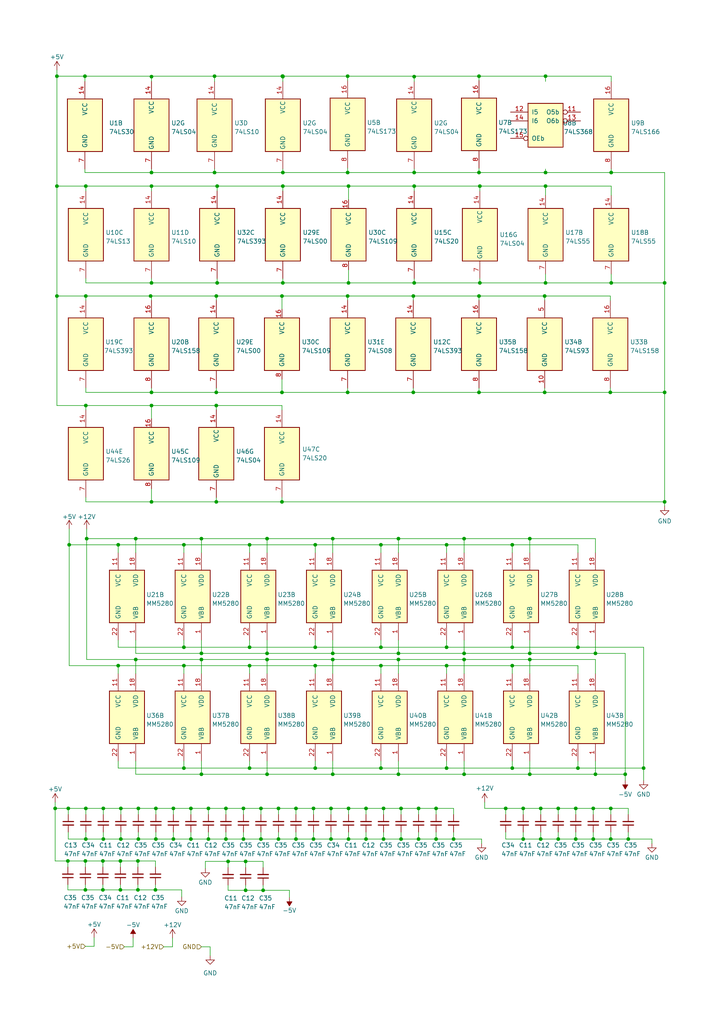
<source format=kicad_sch>
(kicad_sch (version 20230121) (generator eeschema)
  (paper "A4" portrait)
  (title_block (title "MTU K-1008 Visable Memory card replica") (comment 1 "Original 9/4/77 Hal Chamberlin") (comment 4 "KiCad version and corrections 2023 Eduardo Casino"))
  (lib_symbols
    (symbol "74xx:74LS00" (pin_names (offset 1.016))
      (property "Reference" "U" (at 0 1.27 0))
      (property "Value" "74LS00" (at 0 -1.27 0))
      (symbol "74LS00_1_1"
        (pin input line (at -7.62 2.54 0) (length 3.81) (name "~") (number "1"))
        (pin input line (at -7.62 -2.54 0) (length 3.81) (name "~") (number "2"))
        (pin output inverted (at 7.62 0 180) (length 3.81) (name "~") (number "3"))
      )
      (symbol "74LS00_1_2"
        (pin input inverted (at -7.62 2.54 0) (length 4.318) (name "~") (number "1"))
        (pin input inverted (at -7.62 -2.54 0) (length 4.318) (name "~") (number "2"))
        (pin output line (at 7.62 0 180) (length 3.81) (name "~") (number "3"))
      )
      (symbol "74LS00_2_1"
        (pin input line (at -7.62 2.54 0) (length 3.81) (name "~") (number "4"))
        (pin input line (at -7.62 -2.54 0) (length 3.81) (name "~") (number "5"))
        (pin output inverted (at 7.62 0 180) (length 3.81) (name "~") (number "6"))
      )
      (symbol "74LS00_2_2"
        (pin input inverted (at -7.62 2.54 0) (length 4.318) (name "~") (number "4"))
        (pin input inverted (at -7.62 -2.54 0) (length 4.318) (name "~") (number "5"))
        (pin output line (at 7.62 0 180) (length 3.81) (name "~") (number "6"))
      )
      (symbol "74LS00_3_1"
        (pin input line (at -7.62 -2.54 0) (length 3.81) (name "~") (number "10"))
        (pin output inverted (at 7.62 0 180) (length 3.81) (name "~") (number "8"))
        (pin input line (at -7.62 2.54 0) (length 3.81) (name "~") (number "9"))
      )
      (symbol "74LS00_3_2"
        (pin input inverted (at -7.62 -2.54 0) (length 4.318) (name "~") (number "10"))
        (pin output line (at 7.62 0 180) (length 3.81) (name "~") (number "8"))
        (pin input inverted (at -7.62 2.54 0) (length 4.318) (name "~") (number "9"))
      )
      (symbol "74LS00_4_1"
        (pin output inverted (at 7.62 0 180) (length 3.81) (name "~") (number "11"))
        (pin input line (at -7.62 2.54 0) (length 3.81) (name "~") (number "12"))
        (pin input line (at -7.62 -2.54 0) (length 3.81) (name "~") (number "13"))
      )
      (symbol "74LS00_4_2"
        (pin output line (at 7.62 0 180) (length 3.81) (name "~") (number "11"))
        (pin input inverted (at -7.62 2.54 0) (length 4.318) (name "~") (number "12"))
        (pin input inverted (at -7.62 -2.54 0) (length 4.318) (name "~") (number "13"))
      )
      (symbol "74LS00_5_0"
        (pin power_in line (at 0 12.7 270) (length 5.08) (name "VCC") (number "14"))
        (pin power_in line (at 0 -12.7 90) (length 5.08) (name "GND") (number "7"))
      )
    )
    (symbol "74xx:74LS04"
      (property "Reference" "U" (at 0 1.27 0))
      (property "Value" "74LS04" (at 0 -1.27 0))
      (symbol "74LS04_1_0"
        (pin input line (at -7.62 0 0) (length 3.81) (name "~") (number "1"))
        (pin output inverted (at 7.62 0 180) (length 3.81) (name "~") (number "2"))
      )
      (symbol "74LS04_2_0"
        (pin input line (at -7.62 0 0) (length 3.81) (name "~") (number "3"))
        (pin output inverted (at 7.62 0 180) (length 3.81) (name "~") (number "4"))
      )
      (symbol "74LS04_3_0"
        (pin input line (at -7.62 0 0) (length 3.81) (name "~") (number "5"))
        (pin output inverted (at 7.62 0 180) (length 3.81) (name "~") (number "6"))
      )
      (symbol "74LS04_4_0"
        (pin output inverted (at 7.62 0 180) (length 3.81) (name "~") (number "8"))
        (pin input line (at -7.62 0 0) (length 3.81) (name "~") (number "9"))
      )
      (symbol "74LS04_5_0"
        (pin output inverted (at 7.62 0 180) (length 3.81) (name "~") (number "10"))
        (pin input line (at -7.62 0 0) (length 3.81) (name "~") (number "11"))
      )
      (symbol "74LS04_6_0"
        (pin output inverted (at 7.62 0 180) (length 3.81) (name "~") (number "12"))
        (pin input line (at -7.62 0 0) (length 3.81) (name "~") (number "13"))
      )
      (symbol "74LS04_7_0"
        (pin power_in line (at 0 12.7 270) (length 5.08) (name "VCC") (number "14"))
        (pin power_in line (at 0 -12.7 90) (length 5.08) (name "GND") (number "7"))
      )
    )
    (symbol "74xx:74LS08" (pin_names (offset 1.016))
      (property "Reference" "U" (at 0 1.27 0))
      (property "Value" "74LS08" (at 0 -1.27 0))
      (symbol "74LS08_1_1"
        (pin input line (at -7.62 2.54 0) (length 3.81) (name "~") (number "1"))
        (pin input line (at -7.62 -2.54 0) (length 3.81) (name "~") (number "2"))
        (pin output line (at 7.62 0 180) (length 3.81) (name "~") (number "3"))
      )
      (symbol "74LS08_1_2"
        (pin input inverted (at -7.62 2.54 0) (length 4.318) (name "~") (number "1"))
        (pin input inverted (at -7.62 -2.54 0) (length 4.318) (name "~") (number "2"))
        (pin output inverted (at 7.62 0 180) (length 3.81) (name "~") (number "3"))
      )
      (symbol "74LS08_2_1"
        (pin input line (at -7.62 2.54 0) (length 3.81) (name "~") (number "4"))
        (pin input line (at -7.62 -2.54 0) (length 3.81) (name "~") (number "5"))
        (pin output line (at 7.62 0 180) (length 3.81) (name "~") (number "6"))
      )
      (symbol "74LS08_2_2"
        (pin input inverted (at -7.62 2.54 0) (length 4.318) (name "~") (number "4"))
        (pin input inverted (at -7.62 -2.54 0) (length 4.318) (name "~") (number "5"))
        (pin output inverted (at 7.62 0 180) (length 3.81) (name "~") (number "6"))
      )
      (symbol "74LS08_3_1"
        (pin input line (at -7.62 -2.54 0) (length 3.81) (name "~") (number "10"))
        (pin output line (at 7.62 0 180) (length 3.81) (name "~") (number "8"))
        (pin input line (at -7.62 2.54 0) (length 3.81) (name "~") (number "9"))
      )
      (symbol "74LS08_3_2"
        (pin input inverted (at -7.62 -2.54 0) (length 4.318) (name "~") (number "10"))
        (pin output inverted (at 7.62 0 180) (length 3.81) (name "~") (number "8"))
        (pin input inverted (at -7.62 2.54 0) (length 4.318) (name "~") (number "9"))
      )
      (symbol "74LS08_4_1"
        (pin output line (at 7.62 0 180) (length 3.81) (name "~") (number "11"))
        (pin input line (at -7.62 2.54 0) (length 3.81) (name "~") (number "12"))
        (pin input line (at -7.62 -2.54 0) (length 3.81) (name "~") (number "13"))
      )
      (symbol "74LS08_4_2"
        (pin output inverted (at 7.62 0 180) (length 3.81) (name "~") (number "11"))
        (pin input inverted (at -7.62 2.54 0) (length 4.318) (name "~") (number "12"))
        (pin input inverted (at -7.62 -2.54 0) (length 4.318) (name "~") (number "13"))
      )
      (symbol "74LS08_5_0"
        (pin power_in line (at 0 12.7 270) (length 5.08) (name "VCC") (number "14"))
        (pin power_in line (at 0 -12.7 90) (length 5.08) (name "GND") (number "7"))
      )
    )
    (symbol "74xx:74LS10" (pin_names (offset 1.016))
      (property "Reference" "U" (at 0 1.27 0))
      (property "Value" "74LS10" (at 0 -1.27 0))
      (symbol "74LS10_1_1"
        (pin input line (at -7.62 2.54 0) (length 3.81) (name "~") (number "1"))
        (pin output inverted (at 7.62 0 180) (length 3.81) (name "~") (number "12"))
        (pin input line (at -7.62 -2.54 0) (length 3.81) (name "~") (number "13"))
        (pin input line (at -7.62 0 0) (length 3.81) (name "~") (number "2"))
      )
      (symbol "74LS10_1_2"
        (pin input inverted (at -7.62 2.54 0) (length 4.318) (name "~") (number "1"))
        (pin output line (at 7.62 0 180) (length 3.81) (name "~") (number "12"))
        (pin input inverted (at -7.62 -2.54 0) (length 4.318) (name "~") (number "13"))
        (pin input inverted (at -7.62 0 0) (length 4.953) (name "~") (number "2"))
      )
      (symbol "74LS10_2_1"
        (pin input line (at -7.62 2.54 0) (length 3.81) (name "~") (number "3"))
        (pin input line (at -7.62 0 0) (length 3.81) (name "~") (number "4"))
        (pin input line (at -7.62 -2.54 0) (length 3.81) (name "~") (number "5"))
        (pin output inverted (at 7.62 0 180) (length 3.81) (name "~") (number "6"))
      )
      (symbol "74LS10_2_2"
        (pin input inverted (at -7.62 2.54 0) (length 4.318) (name "~") (number "3"))
        (pin input inverted (at -7.62 0 0) (length 4.953) (name "~") (number "4"))
        (pin input inverted (at -7.62 -2.54 0) (length 4.318) (name "~") (number "5"))
        (pin output line (at 7.62 0 180) (length 3.81) (name "~") (number "6"))
      )
      (symbol "74LS10_3_1"
        (pin input line (at -7.62 0 0) (length 3.81) (name "~") (number "10"))
        (pin input line (at -7.62 -2.54 0) (length 3.81) (name "~") (number "11"))
        (pin output inverted (at 7.62 0 180) (length 3.81) (name "~") (number "8"))
        (pin input line (at -7.62 2.54 0) (length 3.81) (name "~") (number "9"))
      )
      (symbol "74LS10_3_2"
        (pin input inverted (at -7.62 0 0) (length 4.953) (name "~") (number "10"))
        (pin input inverted (at -7.62 -2.54 0) (length 4.318) (name "~") (number "11"))
        (pin output line (at 7.62 0 180) (length 3.81) (name "~") (number "8"))
        (pin input inverted (at -7.62 2.54 0) (length 4.318) (name "~") (number "9"))
      )
      (symbol "74LS10_4_0"
        (pin power_in line (at 0 12.7 270) (length 5.08) (name "VCC") (number "14"))
        (pin power_in line (at 0 -12.7 90) (length 5.08) (name "GND") (number "7"))
      )
    )
    (symbol "74xx:74LS109" (pin_names (offset 1.016))
      (property "Reference" "U" (at -7.62 8.89 0))
      (property "Value" "74LS109" (at -7.62 -8.89 0))
      (symbol "74LS109_1_0"
        (pin input line (at 0 -7.62 90) (length 2.54) (name "~{R}") (number "1"))
        (pin input line (at -7.62 2.54 0) (length 2.54) (name "J") (number "2"))
        (pin input line (at -7.62 -2.54 0) (length 2.54) (name "~{K}") (number "3"))
        (pin input clock (at -7.62 0 0) (length 2.54) (name "C") (number "4"))
        (pin input line (at 0 7.62 270) (length 2.54) (name "~{S}") (number "5"))
        (pin output line (at 7.62 2.54 180) (length 2.54) (name "Q") (number "6"))
        (pin output line (at 7.62 -2.54 180) (length 2.54) (name "~{Q}") (number "7"))
      )
      (symbol "74LS109_2_0"
        (pin output line (at 7.62 2.54 180) (length 2.54) (name "Q") (number "10"))
        (pin input line (at 0 7.62 270) (length 2.54) (name "~{S}") (number "11"))
        (pin input clock (at -7.62 0 0) (length 2.54) (name "C") (number "12"))
        (pin input line (at -7.62 -2.54 0) (length 2.54) (name "~{K}") (number "13"))
        (pin input line (at -7.62 2.54 0) (length 2.54) (name "J") (number "14"))
        (pin input line (at 0 -7.62 90) (length 2.54) (name "~{R}") (number "15"))
        (pin output line (at 7.62 -2.54 180) (length 2.54) (name "~{Q}") (number "9"))
      )
      (symbol "74LS109_3_0"
        (pin power_in line (at 0 10.16 270) (length 2.54) (name "VCC") (number "16"))
        (pin power_in line (at 0 -10.16 90) (length 2.54) (name "GND") (number "8"))
      )
    )
    (symbol "74xx:74LS26" (pin_names (offset 1.016))
      (property "Reference" "U" (at 0 1.27 0))
      (property "Value" "74LS26" (at 0 -1.27 0))
      (symbol "74LS26_1_1"
        (pin input line (at -7.62 2.54 0) (length 3.81) (name "~") (number "1"))
        (pin input line (at -7.62 -2.54 0) (length 3.81) (name "~") (number "2"))
        (pin open_collector inverted (at 7.62 0 180) (length 3.81) (name "~") (number "3"))
      )
      (symbol "74LS26_1_2"
        (pin input inverted (at -7.62 2.54 0) (length 4.318) (name "~") (number "1"))
        (pin input inverted (at -7.62 -2.54 0) (length 4.318) (name "~") (number "2"))
        (pin open_collector line (at 7.62 0 180) (length 3.81) (name "~") (number "3"))
      )
      (symbol "74LS26_2_1"
        (pin input line (at -7.62 2.54 0) (length 3.81) (name "~") (number "4"))
        (pin input line (at -7.62 -2.54 0) (length 3.81) (name "~") (number "5"))
        (pin open_collector inverted (at 7.62 0 180) (length 3.81) (name "~") (number "6"))
      )
      (symbol "74LS26_2_2"
        (pin input inverted (at -7.62 2.54 0) (length 4.318) (name "~") (number "4"))
        (pin input inverted (at -7.62 -2.54 0) (length 4.318) (name "~") (number "5"))
        (pin open_collector line (at 7.62 0 180) (length 3.81) (name "~") (number "6"))
      )
      (symbol "74LS26_3_1"
        (pin input line (at -7.62 -2.54 0) (length 3.81) (name "~") (number "10"))
        (pin open_collector inverted (at 7.62 0 180) (length 3.81) (name "~") (number "8"))
        (pin input line (at -7.62 2.54 0) (length 3.81) (name "~") (number "9"))
      )
      (symbol "74LS26_3_2"
        (pin input inverted (at -7.62 -2.54 0) (length 4.318) (name "~") (number "10"))
        (pin open_collector line (at 7.62 0 180) (length 3.81) (name "~") (number "8"))
        (pin input inverted (at -7.62 2.54 0) (length 4.318) (name "~") (number "9"))
      )
      (symbol "74LS26_4_1"
        (pin open_collector inverted (at 7.62 0 180) (length 3.81) (name "~") (number "11"))
        (pin input line (at -7.62 2.54 0) (length 3.81) (name "~") (number "12"))
        (pin input line (at -7.62 -2.54 0) (length 3.81) (name "~") (number "13"))
      )
      (symbol "74LS26_4_2"
        (pin open_collector line (at 7.62 0 180) (length 3.81) (name "~") (number "11"))
        (pin input inverted (at -7.62 2.54 0) (length 4.318) (name "~") (number "12"))
        (pin input inverted (at -7.62 -2.54 0) (length 4.318) (name "~") (number "13"))
      )
      (symbol "74LS26_5_0"
        (pin power_in line (at 0 12.7 270) (length 5.08) (name "VCC") (number "14"))
        (pin power_in line (at 0 -12.7 90) (length 5.08) (name "GND") (number "7"))
      )
    )
    (symbol "74xx:74LS30" (pin_names (offset 1.016))
      (property "Reference" "U" (at 0 1.27 0))
      (property "Value" "74LS30" (at 0 -1.27 0))
      (symbol "74LS30_1_1"
        (pin input line (at -7.62 7.62 0) (length 3.81) (name "~") (number "1"))
        (pin input line (at -7.62 -7.62 0) (length 3.81) (name "~") (number "11"))
        (pin input line (at -7.62 -10.16 0) (length 3.81) (name "~") (number "12"))
        (pin input line (at -7.62 5.08 0) (length 3.81) (name "~") (number "2"))
        (pin input line (at -7.62 2.54 0) (length 3.81) (name "~") (number "3"))
        (pin input line (at -7.62 0 0) (length 3.81) (name "~") (number "4"))
        (pin input line (at -7.62 -2.54 0) (length 3.81) (name "~") (number "5"))
        (pin input line (at -7.62 -5.08 0) (length 3.81) (name "~") (number "6"))
        (pin output inverted (at 7.62 0 180) (length 3.81) (name "~") (number "8"))
      )
      (symbol "74LS30_1_2"
        (pin input inverted (at -7.62 7.62 0) (length 3.81) (name "~") (number "1"))
        (pin input inverted (at -7.62 -7.62 0) (length 3.81) (name "~") (number "11"))
        (pin input inverted (at -7.62 -10.16 0) (length 3.81) (name "~") (number "12"))
        (pin input inverted (at -7.62 5.08 0) (length 3.81) (name "~") (number "2"))
        (pin input inverted (at -7.62 2.54 0) (length 4.5466) (name "~") (number "3"))
        (pin input inverted (at -7.62 0 0) (length 5.08) (name "~") (number "4"))
        (pin input inverted (at -7.62 -2.54 0) (length 4.5466) (name "~") (number "5"))
        (pin input inverted (at -7.62 -5.08 0) (length 3.81) (name "~") (number "6"))
        (pin output line (at 7.62 0 180) (length 3.81) (name "~") (number "8"))
      )
      (symbol "74LS30_2_0"
        (pin power_in line (at 0 12.7 270) (length 5.08) (name "VCC") (number "14"))
        (pin power_in line (at 0 -12.7 90) (length 5.08) (name "GND") (number "7"))
      )
    )
    (symbol "74xx:74LS393" (pin_names (offset 1.016))
      (property "Reference" "U" (at -7.62 8.89 0))
      (property "Value" "74LS393" (at -7.62 -8.89 0))
      (symbol "74LS393_1_0"
        (pin input clock (at -12.7 2.54 0) (length 5.08) (name "CP") (number "1"))
        (pin input line (at -12.7 -5.08 0) (length 5.08) (name "MR") (number "2"))
        (pin output line (at 12.7 2.54 180) (length 5.08) (name "Q0") (number "3"))
        (pin output line (at 12.7 0 180) (length 5.08) (name "Q1") (number "4"))
        (pin output line (at 12.7 -2.54 180) (length 5.08) (name "Q2") (number "5"))
        (pin output line (at 12.7 -5.08 180) (length 5.08) (name "Q3") (number "6"))
      )
      (symbol "74LS393_2_0"
        (pin output line (at 12.7 0 180) (length 5.08) (name "Q1") (number "10"))
        (pin output line (at 12.7 2.54 180) (length 5.08) (name "Q0") (number "11"))
        (pin input line (at -12.7 -5.08 0) (length 5.08) (name "MR") (number "12"))
        (pin input clock (at -12.7 2.54 0) (length 5.08) (name "CP") (number "13"))
        (pin output line (at 12.7 -5.08 180) (length 5.08) (name "Q3") (number "8"))
        (pin output line (at 12.7 -2.54 180) (length 5.08) (name "Q2") (number "9"))
      )
      (symbol "74LS393_3_0"
        (pin power_in line (at 0 12.7 270) (length 5.08) (name "VCC") (number "14"))
        (pin power_in line (at 0 -12.7 90) (length 5.08) (name "GND") (number "7"))
      )
    )
    (symbol "Device:C_Small" (pin_numbers hide) (pin_names (offset 0.254) hide)
      (property "Reference" "C" (at 0.254 1.778 0))
      (property "Value" "C_Small" (at 0.254 -2.032 0))
      (symbol "C_Small_1_1"
        (pin passive line (at 0 2.54 270) (length 2.032) (name "~") (number "1"))
        (pin passive line (at 0 -2.54 90) (length 2.032) (name "~") (number "2"))
      )
    )
    (symbol "K-1008_Library:74LS13" (pin_names (offset 1.016))
      (property "Reference" "U" (at 0 1.27 0))
      (property "Value" "74LS13" (at 0 -1.27 0))
      (symbol "74LS13_1_1"
        (pin input line (at -7.62 3.81 0) (length 3.81) (name "~") (number "1"))
        (pin input line (at -7.62 1.27 0) (length 3.81) (name "~") (number "2"))
        (pin no_connect non_logic (at -3.302 2.286 0) (length 3.81) hide (name "~") (number "3"))
        (pin input line (at -7.62 -1.27 0) (length 3.81) (name "~") (number "4"))
        (pin input line (at -7.62 -3.81 0) (length 3.81) (name "~") (number "5"))
        (pin output inverted (at 7.62 0 180) (length 3.81) (name "~") (number "6"))
      )
      (symbol "74LS13_1_2"
        (pin input inverted (at -7.62 3.81 0) (length 3.81) (name "~") (number "1"))
        (pin input inverted (at -7.62 1.27 0) (length 4.826) (name "~") (number "2"))
        (pin input inverted (at -7.62 -1.27 0) (length 4.826) (name "~") (number "4"))
        (pin input inverted (at -7.62 -3.81 0) (length 3.81) (name "~") (number "5"))
        (pin output line (at 7.62 0 180) (length 3.81) (name "~") (number "6"))
      )
      (symbol "74LS13_2_1"
        (pin input line (at -7.62 1.27 0) (length 3.81) (name "~") (number "10"))
        (pin no_connect non_logic (at -3.302 2.032 0) (length 3.81) hide (name "~") (number "11"))
        (pin input line (at -7.62 -1.27 0) (length 3.81) (name "~") (number "12"))
        (pin input line (at -7.62 -3.81 0) (length 3.81) (name "~") (number "13"))
        (pin output inverted (at 7.62 0 180) (length 3.81) (name "~") (number "8"))
        (pin input line (at -7.62 3.81 0) (length 3.81) (name "~") (number "9"))
      )
      (symbol "74LS13_2_2"
        (pin input inverted (at -7.62 1.27 0) (length 4.826) (name "~") (number "10"))
        (pin input inverted (at -7.62 -1.27 0) (length 4.826) (name "~") (number "12"))
        (pin input inverted (at -7.62 -3.81 0) (length 3.81) (name "~") (number "13"))
        (pin output line (at 7.62 0 180) (length 3.81) (name "~") (number "8"))
        (pin input inverted (at -7.62 3.81 0) (length 3.81) (name "~") (number "9"))
      )
      (symbol "74LS13_3_0"
        (pin power_in line (at 0 12.7 270) (length 5.08) (name "VCC") (number "14"))
        (pin power_in line (at 0 -12.7 90) (length 5.08) (name "GND") (number "7"))
      )
    )
    (symbol "K-1008_Library:74LS158" (pin_names (offset 1.016))
      (property "Reference" "U" (at 0 1.27 0))
      (property "Value" "74LS158" (at 0 -1.016 0))
      (symbol "74LS158_1_0"
        (pin input line (at -12.7 -6.35 0) (length 5.08) (name "S") (number "1"))
        (pin input line (at -12.7 10.16 0) (length 5.08) (name "I1d") (number "10"))
        (pin input line (at -12.7 7.62 0) (length 5.08) (name "I0d") (number "11"))
        (pin output inverted (at 12.7 15.24 180) (length 5.08) (name "Zc") (number "12"))
        (pin input line (at -12.7 15.24 0) (length 5.08) (name "I1c") (number "13"))
        (pin input line (at -12.7 12.7 0) (length 5.08) (name "I0c") (number "14"))
        (pin input inverted (at -12.7 -8.89 0) (length 5.08) (name "E") (number "15"))
        (pin input line (at -12.7 -2.54 0) (length 5.08) (name "I0a") (number "2"))
        (pin input line (at -12.7 0 0) (length 5.08) (name "I1a") (number "3"))
        (pin output inverted (at 12.7 0 180) (length 5.08) (name "Za") (number "4"))
        (pin input line (at -12.7 2.54 0) (length 5.08) (name "I0b") (number "5"))
        (pin input line (at -12.7 5.08 0) (length 5.08) (name "I1b") (number "6"))
        (pin output inverted (at 12.7 5.08 180) (length 5.08) (name "Zb") (number "7"))
        (pin output inverted (at 12.7 10.16 180) (length 5.08) (name "Zd") (number "9"))
      )
      (symbol "74LS158_2_0"
        (pin power_in line (at 0 12.7 270) (length 5.08) (name "VCC") (number "16"))
        (pin power_in line (at 0 -12.7 90) (length 5.08) (name "GND") (number "8"))
      )
    )
    (symbol "K-1008_Library:74LS166" (pin_names (offset 1.016))
      (property "Reference" "U" (at 0 1.016 0))
      (property "Value" "74LS166" (at 0 -1.27 0))
      (symbol "74LS166_1_0"
        (pin input line (at -12.7 -2.54 0) (length 5.08) (name "Ds") (number "1"))
        (pin input line (at -12.7 10.16 0) (length 5.08) (name "E") (number "10"))
        (pin input line (at -12.7 12.7 0) (length 5.08) (name "F") (number "11"))
        (pin input line (at -12.7 15.24 0) (length 5.08) (name "G") (number "12"))
        (pin output line (at 12.7 17.78 180) (length 5.08) (name "Qh") (number "13"))
        (pin input line (at -12.7 17.78 0) (length 5.08) (name "H") (number "14"))
        (pin input inverted (at -12.7 -5.08 0) (length 5.08) (name "PE") (number "15"))
        (pin input line (at -12.7 0 0) (length 5.08) (name "A") (number "2"))
        (pin input line (at -12.7 2.54 0) (length 5.08) (name "B") (number "3"))
        (pin input line (at -12.7 5.08 0) (length 5.08) (name "C") (number "4"))
        (pin input line (at -12.7 7.62 0) (length 5.08) (name "D") (number "5"))
        (pin input inverted (at -12.7 -7.62 0) (length 5.08) (name "CE") (number "6"))
        (pin input line (at -12.7 -10.16 0) (length 5.08) (name "Clk") (number "7"))
        (pin input inverted (at -12.7 -12.7 0) (length 5.08) (name "Clr") (number "9"))
      )
      (symbol "74LS166_2_0"
        (pin power_in line (at 0 12.7 270) (length 5.08) (name "VCC") (number "16"))
        (pin power_in line (at 0 -12.7 90) (length 5.08) (name "GND") (number "8"))
      )
    )
    (symbol "K-1008_Library:74LS173" (pin_names (offset 1.016))
      (property "Reference" "U" (at 0 1.016 0))
      (property "Value" "74LS173" (at 0 -1.016 0))
      (symbol "74LS173_1_0"
        (pin input inverted (at -12.7 2.54 0) (length 5.08) (name "Oe1") (number "1"))
        (pin input inverted (at -12.7 -7.62 0) (length 5.08) (name "E2") (number "10"))
        (pin input line (at -12.7 7.62 0) (length 5.08) (name "D3") (number "11"))
        (pin input line (at -12.7 10.16 0) (length 5.08) (name "D2") (number "12"))
        (pin input line (at -12.7 12.7 0) (length 5.08) (name "D1") (number "13"))
        (pin input line (at -12.7 15.24 0) (length 5.08) (name "D0") (number "14"))
        (pin input line (at -12.7 -15.24 0) (length 5.08) (name "Mr") (number "15"))
        (pin input inverted (at -12.7 0 0) (length 5.08) (name "Oe2") (number "2"))
        (pin tri_state line (at 12.7 15.24 180) (length 5.08) (name "Q0") (number "3"))
        (pin tri_state line (at 12.7 12.7 180) (length 5.08) (name "Q1") (number "4"))
        (pin tri_state line (at 12.7 10.16 180) (length 5.08) (name "Q2") (number "5"))
        (pin tri_state line (at 12.7 7.62 180) (length 5.08) (name "Q3") (number "6"))
        (pin input clock (at -12.7 -10.16 0) (length 5.08) (name "Cp") (number "7"))
        (pin input inverted (at -12.7 -5.08 0) (length 5.08) (name "E1") (number "9"))
      )
      (symbol "74LS173_2_0"
        (pin power_in line (at 0 12.7 270) (length 5.08) (name "VCC") (number "16"))
        (pin power_in line (at 0 -12.7 90) (length 5.08) (name "GND") (number "8"))
      )
    )
    (symbol "K-1008_Library:74LS20" (pin_names (offset 1.016))
      (property "Reference" "U" (at 0 1.27 0))
      (property "Value" "74LS20" (at 0 -1.27 0))
      (symbol "74LS20_1_1"
        (pin input line (at -7.62 3.81 0) (length 3.81) (name "~") (number "1"))
        (pin input line (at -7.62 1.27 0) (length 3.81) (name "~") (number "2"))
        (pin no_connect non_logic (at -3.302 2.286 0) (length 3.81) hide (name "~") (number "3"))
        (pin input line (at -7.62 -1.27 0) (length 3.81) (name "~") (number "4"))
        (pin input line (at -7.62 -3.81 0) (length 3.81) (name "~") (number "5"))
        (pin output inverted (at 7.62 0 180) (length 3.81) (name "~") (number "6"))
      )
      (symbol "74LS20_1_2"
        (pin input inverted (at -7.62 3.81 0) (length 3.81) (name "~") (number "1"))
        (pin input inverted (at -7.62 1.27 0) (length 4.826) (name "~") (number "2"))
        (pin input inverted (at -7.62 -1.27 0) (length 4.826) (name "~") (number "4"))
        (pin input inverted (at -7.62 -3.81 0) (length 3.81) (name "~") (number "5"))
        (pin output line (at 7.62 0 180) (length 3.81) (name "~") (number "6"))
      )
      (symbol "74LS20_2_1"
        (pin input line (at -7.62 1.27 0) (length 3.81) (name "~") (number "10"))
        (pin no_connect non_logic (at -3.302 2.286 0) (length 3.81) hide (name "~") (number "11"))
        (pin input line (at -7.62 -1.27 0) (length 3.81) (name "~") (number "12"))
        (pin input line (at -7.62 -3.81 0) (length 3.81) (name "~") (number "13"))
        (pin output inverted (at 7.62 0 180) (length 3.81) (name "~") (number "8"))
        (pin input line (at -7.62 3.81 0) (length 3.81) (name "~") (number "9"))
      )
      (symbol "74LS20_2_2"
        (pin input inverted (at -7.62 1.27 0) (length 4.826) (name "~") (number "10"))
        (pin input inverted (at -7.62 -1.27 0) (length 4.826) (name "~") (number "12"))
        (pin input inverted (at -7.62 -3.81 0) (length 3.81) (name "~") (number "13"))
        (pin output line (at 7.62 0 180) (length 3.81) (name "~") (number "8"))
        (pin input inverted (at -7.62 3.81 0) (length 3.81) (name "~") (number "9"))
      )
      (symbol "74LS20_3_0"
        (pin power_in line (at 0 12.7 270) (length 5.08) (name "VCC") (number "14"))
        (pin power_in line (at 0 -12.7 90) (length 5.08) (name "GND") (number "7"))
      )
    )
    (symbol "K-1008_Library:74LS368" (pin_names (offset 1.016))
      (property "Reference" "U" (at 0 0.762 0))
      (property "Value" "74LS368" (at 0 -1.27 0))
      (symbol "74LS368_1_0"
        (pin input inverted (at -12.7 -6.35 0) (length 5.08) (name "OEa") (number "1"))
        (pin input line (at -12.7 -1.27 0) (length 5.08) (name "I4") (number "10"))
        (pin input line (at -12.7 6.35 0) (length 5.08) (name "I1") (number "2"))
        (pin tri_state inverted (at 12.7 6.35 180) (length 5.08) (name "O1a") (number "3"))
        (pin input line (at -12.7 3.81 0) (length 5.08) (name "I2") (number "4"))
        (pin tri_state inverted (at 12.7 3.81 180) (length 5.08) (name "O2a") (number "5"))
        (pin input line (at -12.7 1.27 0) (length 5.08) (name "I3") (number "6"))
        (pin tri_state inverted (at 12.7 1.27 180) (length 5.08) (name "O3a") (number "7"))
        (pin tri_state inverted (at 12.7 -1.27 180) (length 5.08) (name "O4a") (number "9"))
      )
      (symbol "74LS368_2_0"
        (pin tri_state inverted (at 10.16 3.81 180) (length 5.08) (name "O5b") (number "11"))
        (pin input line (at -10.16 3.81 0) (length 5.08) (name "I5") (number "12"))
        (pin tri_state inverted (at 10.16 1.27 180) (length 5.08) (name "O6b") (number "13"))
        (pin input line (at -10.16 1.27 0) (length 5.08) (name "I6") (number "14"))
        (pin input inverted (at -10.16 -3.81 0) (length 5.08) (name "OEb") (number "15"))
      )
      (symbol "74LS368_3_0"
        (pin power_in line (at 0 12.7 270) (length 5.08) (name "VCC") (number "16"))
        (pin power_in line (at 0 -12.7 90) (length 5.08) (name "GND") (number "8"))
      )
    )
    (symbol "K-1008_Library:74LS55" (pin_names (offset 1.016))
      (property "Reference" "U" (at -7.62 10.16 0))
      (property "Value" "74LS55" (at -7.62 -12.7 0))
      (symbol "74LS55_1_0"
        (pin input line (at -7.62 7.62 0) (length 3.81) (name "~") (number "1"))
        (pin input line (at -7.62 -2.54 0) (length 3.81) (name "~") (number "10"))
        (pin input line (at -7.62 -5.08 0) (length 3.81) (name "~") (number "11"))
        (pin input line (at -7.62 -7.62 0) (length 3.81) (name "~") (number "12"))
        (pin input line (at -7.62 -10.16 0) (length 3.81) (name "~") (number "13"))
        (pin input line (at -7.62 5.08 0) (length 3.81) (name "~") (number "2"))
        (pin input line (at -7.62 2.54 0) (length 3.81) (name "~") (number "3"))
        (pin input line (at -7.62 0 0) (length 3.81) (name "~") (number "4"))
        (pin no_connect non_logic (at -3.302 4.318 0) (length 1) hide (name "~") (number "5"))
        (pin no_connect non_logic (at -3.302 3.048 0) (length 1) hide (name "~") (number "6"))
        (pin output inverted (at 7.62 -1.27 180) (length 3.81) (name "~") (number "8"))
        (pin no_connect non_logic (at -3.302 -6.604 0) (length 1) hide (name "~") (number "9"))
      )
      (symbol "74LS55_2_0"
        (pin power_in line (at 0 11.43 270) (length 3.81) (name "VCC") (number "14"))
        (pin power_in line (at 0 -11.43 90) (length 3.81) (name "GND") (number "7"))
      )
    )
    (symbol "K-1008_Library:74LS93" (pin_names (offset 1.016))
      (property "Reference" "U" (at 0 1.016 0))
      (property "Value" "74LS93" (at 0 -1.524 0))
      (symbol "74LS93_1_0"
        (pin input inverted_clock (at -12.7 -2.54 0) (length 5.08) (name "CP1..3") (number "1"))
        (pin output line (at 12.7 5.08 180) (length 5.08) (name "Q3") (number "11"))
        (pin output line (at 12.7 -2.54 180) (length 5.08) (name "Q0") (number "12"))
        (pin no_connect line (at -7.112 -6.604 0) (length 1) hide (name "") (number "13"))
        (pin input inverted_clock (at -12.7 -5.08 0) (length 5.08) (name "CP0") (number "14"))
        (pin input line (at -12.7 5.08 0) (length 5.08) (name "R0(1)") (number "2"))
        (pin input line (at -12.7 2.54 0) (length 5.08) (name "R0(2)") (number "3"))
        (pin no_connect non_logic (at 7.112 -5.08 180) (length 1) hide (name "") (number "4"))
        (pin no_connect line (at 7.112 -6.604 180) (length 1) hide (name "") (number "6"))
        (pin no_connect line (at -7.112 0 0) (length 1) hide (name "") (number "7"))
        (pin output line (at 12.7 2.54 180) (length 5.08) (name "Q2") (number "8"))
        (pin output line (at 12.7 0 180) (length 5.08) (name "Q1") (number "9"))
      )
      (symbol "74LS93_2_0"
        (pin power_in line (at 0 -12.7 90) (length 5.08) (name "GND") (number "10"))
        (pin power_in line (at 0 12.7 270) (length 5.08) (name "VCC") (number "5"))
      )
    )
    (symbol "K-1008_Library:MM5280" (pin_names (offset 1.016))
      (property "Reference" "U" (at 0 1.27 0))
      (property "Value" "MM5280" (at 0 -1.016 0))
      (symbol "MM5280_1_0"
        (pin input line (at -12.7 -2.54 0) (length 5.08) (name "A2") (number "10"))
        (pin input inverted (at -12.7 -17.78 0) (length 5.08) (name "~{WE}") (number "12"))
        (pin input line (at -12.7 0 0) (length 5.08) (name "A3") (number "13"))
        (pin input line (at -12.7 2.54 0) (length 5.08) (name "A4") (number "14"))
        (pin input line (at -12.7 5.08 0) (length 5.08) (name "A5") (number "15"))
        (pin no_connect non_logic (at -7.112 -10.414 0) (length 5.08) hide (name "A2") (number "16"))
        (pin input line (at -12.7 -15.24 0) (length 5.08) (name "CE") (number "17"))
        (pin input line (at -12.7 7.62 0) (length 5.08) (name "A6") (number "19"))
        (pin input line (at -12.7 15.24 0) (length 5.08) (name "A9") (number "2"))
        (pin input line (at -12.7 10.16 0) (length 5.08) (name "A7") (number "20"))
        (pin input line (at -12.7 12.7 0) (length 5.08) (name "A8") (number "21"))
        (pin input line (at -12.7 17.78 0) (length 5.08) (name "A10") (number "3"))
        (pin input line (at -12.7 20.32 0) (length 5.08) (name "A11") (number "4"))
        (pin input inverted (at -12.7 -12.7 0) (length 5.08) (name "~{CS}") (number "5"))
        (pin input inverted (at -12.7 -22.86 0) (length 5.08) (name "~{DIN}") (number "6"))
        (pin tri_state line (at 12.7 -22.86 180) (length 5.08) (name "DOUT") (number "7"))
        (pin input line (at -12.7 -7.62 0) (length 5.08) (name "A0") (number "8"))
        (pin input line (at -12.7 -5.08 0) (length 5.08) (name "A1") (number "9"))
      )
      (symbol "MM5280_2_0"
        (pin power_in line (at 2.54 -12.7 90) (length 5.08) (name "VBB") (number "1"))
        (pin power_in line (at -2.54 12.7 270) (length 5.08) (name "VCC") (number "11"))
        (pin power_in line (at 2.54 12.7 270) (length 5.08) (name "VDD") (number "18"))
        (pin power_in line (at -2.54 -12.7 90) (length 5.08) (name "GND") (number "22"))
      )
    )
    (symbol "power:+12V" (power) (pin_names (offset 0))
      (property "Value" "+12V" (at 0 3.556 0))
      (symbol "+12V_1_1"
        (pin power_in line (at 0 0 90) (length 0) hide (name "+12V") (number "1"))
      )
    )
    (symbol "power:+5V" (power) (pin_names (offset 0))
      (property "Value" "+5V" (at 0 3.556 0))
      (symbol "+5V_1_1"
        (pin power_in line (at 0 0 90) (length 0) hide (name "+5V") (number "1"))
      )
    )
    (symbol "power:-5V" (power) (pin_names (offset 0))
      (property "Value" "-5V" (at 0 3.81 0))
      (symbol "-5V_0_0"
        (pin power_in line (at 0 0 90) (length 0) hide (name "-5V") (number "1"))
      )
    )
    (symbol "power:GND" (power) (pin_names (offset 0))
      (property "Value" "GND" (at 0 -3.81 0))
      (symbol "GND_1_1"
        (pin power_in line (at 0 0 270) (length 0) hide (name "GND") (number "1"))
      )
    )
  )
  (junction (at 121.412 243.332))
  (junction (at 77.47 156.21))
  (junction (at 24.638 22.098))
  (junction (at 81.788 113.792))
  (junction (at 72.39 222.758))
  (junction (at 72.39 157.988))
  (junction (at 16.51 22.098))
  (junction (at 70.612 243.332))
  (junction (at 100.838 22.098))
  (junction (at 101.092 243.332))
  (junction (at 43.942 22.225))
  (junction (at 177.165 234.442))
  (junction (at 76.327 258.191))
  (junction (at 34.925 258.064))
  (junction (at 72.39 187.706))
  (junction (at 53.34 187.706))
  (junction (at 116.332 234.442))
  (junction (at 96.52 191.262))
  (junction (at 158.242 22.098))
  (junction (at 62.23 22.098))
  (junction (at 34.29 157.988))
  (junction (at 16.51 53.975))
  (junction (at 80.772 234.442))
  (junction (at 40.005 249.682))
  (junction (at 82.042 22.098))
  (junction (at 65.532 234.442))
  (junction (at 71.247 249.809))
  (junction (at 151.765 234.442))
  (junction (at 34.925 249.682))
  (junction (at 62.992 82.042))
  (junction (at 101.092 234.442))
  (junction (at 58.42 189.484))
  (junction (at 158.242 50.038))
  (junction (at 91.44 222.758))
  (junction (at 66.167 249.809))
  (junction (at 90.932 234.442))
  (junction (at 53.34 193.04))
  (junction (at 153.67 156.21))
  (junction (at 120.142 50.038))
  (junction (at 121.412 234.442))
  (junction (at 24.892 85.852))
  (junction (at 82.042 53.975))
  (junction (at 167.64 187.706))
  (junction (at 131.572 243.332))
  (junction (at 111.252 234.442))
  (junction (at 25.146 156.21))
  (junction (at 115.57 191.262))
  (junction (at 91.44 193.04))
  (junction (at 85.852 234.442))
  (junction (at 157.988 113.792))
  (junction (at 111.252 243.332))
  (junction (at 96.52 156.21))
  (junction (at 24.765 249.682))
  (junction (at 40.132 234.442))
  (junction (at 148.59 222.758))
  (junction (at 126.492 234.442))
  (junction (at 148.59 157.988))
  (junction (at 39.37 191.262))
  (junction (at 134.62 189.484))
  (junction (at 43.942 82.042))
  (junction (at 55.372 234.442))
  (junction (at 16.51 85.852))
  (junction (at 80.772 243.332))
  (junction (at 129.54 157.988))
  (junction (at 167.005 234.442))
  (junction (at 45.212 243.332))
  (junction (at 177.165 243.332))
  (junction (at 110.49 187.706))
  (junction (at 129.54 222.758))
  (junction (at 158.242 82.042))
  (junction (at 24.892 243.332))
  (junction (at 24.765 258.064))
  (junction (at 100.838 50.038))
  (junction (at 55.372 243.332))
  (junction (at 91.44 157.988))
  (junction (at 53.34 157.988))
  (junction (at 139.192 82.042))
  (junction (at 148.59 193.04))
  (junction (at 77.47 224.536))
  (junction (at 45.085 258.064))
  (junction (at 120.142 53.975))
  (junction (at 161.925 243.332))
  (junction (at 75.692 234.442))
  (junction (at 81.788 85.852))
  (junction (at 43.942 117.602))
  (junction (at 177.292 50.038))
  (junction (at 115.57 224.536))
  (junction (at 96.52 224.536))
  (junction (at 138.938 50.038))
  (junction (at 148.59 187.706))
  (junction (at 65.532 243.332))
  (junction (at 186.69 222.758))
  (junction (at 100.838 113.792))
  (junction (at 62.992 53.975))
  (junction (at 39.37 156.21))
  (junction (at 81.788 145.542))
  (junction (at 96.012 234.442))
  (junction (at 77.47 189.484))
  (junction (at 58.42 191.262))
  (junction (at 167.64 222.758))
  (junction (at 81.915 22.098))
  (junction (at 82.042 22.225))
  (junction (at 40.132 243.332))
  (junction (at 35.052 234.442))
  (junction (at 72.39 193.04))
  (junction (at 71.247 258.191))
  (junction (at 20.066 157.988))
  (junction (at 62.738 145.542))
  (junction (at 153.67 224.536))
  (junction (at 43.942 53.975))
  (junction (at 62.23 50.038))
  (junction (at 110.49 222.758))
  (junction (at 19.685 249.682))
  (junction (at 50.292 243.332))
  (junction (at 177.292 82.042))
  (junction (at 119.888 85.852))
  (junction (at 146.685 234.442))
  (junction (at 129.54 193.04))
  (junction (at 60.452 243.332))
  (junction (at 177.038 113.792))
  (junction (at 192.786 145.542))
  (junction (at 116.332 243.332))
  (junction (at 45.212 234.442))
  (junction (at 126.492 243.332))
  (junction (at 50.292 234.442))
  (junction (at 43.942 50.038))
  (junction (at 96.012 243.332))
  (junction (at 153.67 189.484))
  (junction (at 192.786 113.792))
  (junction (at 24.892 234.442))
  (junction (at 77.47 191.262))
  (junction (at 172.72 224.536))
  (junction (at 29.972 234.442))
  (junction (at 58.42 156.21))
  (junction (at 24.892 117.602))
  (junction (at 115.57 189.484))
  (junction (at 138.938 85.852))
  (junction (at 91.44 187.706))
  (junction (at 34.29 193.04))
  (junction (at 43.942 145.542))
  (junction (at 70.612 234.442))
  (junction (at 24.892 53.975))
  (junction (at 161.925 234.442))
  (junction (at 62.738 117.602))
  (junction (at 96.52 189.484))
  (junction (at 153.67 191.262))
  (junction (at 119.888 113.792))
  (junction (at 101.092 53.975))
  (junction (at 192.786 82.042))
  (junction (at 82.042 50.038))
  (junction (at 134.62 191.262))
  (junction (at 16.002 234.442))
  (junction (at 19.812 234.442))
  (junction (at 134.62 224.536))
  (junction (at 156.845 243.332))
  (junction (at 139.192 53.975))
  (junction (at 110.49 193.04))
  (junction (at 156.845 234.442))
  (junction (at 129.54 187.706))
  (junction (at 90.932 243.332))
  (junction (at 182.245 243.332))
  (junction (at 29.845 258.064))
  (junction (at 101.092 82.042))
  (junction (at 172.085 243.332))
  (junction (at 110.49 157.988))
  (junction (at 106.172 243.332))
  (junction (at 172.085 234.442))
  (junction (at 43.688 85.852))
  (junction (at 58.42 224.536))
  (junction (at 82.042 82.042))
  (junction (at 43.942 113.792))
  (junction (at 158.242 53.975))
  (junction (at 151.765 243.332))
  (junction (at 29.845 249.682))
  (junction (at 62.738 85.852))
  (junction (at 138.938 22.098))
  (junction (at 35.052 243.332))
  (junction (at 134.62 156.21))
  (junction (at 106.172 234.442))
  (junction (at 60.452 234.442))
  (junction (at 53.34 222.758))
  (junction (at 29.972 243.332))
  (junction (at 138.938 113.792))
  (junction (at 157.988 85.852))
  (junction (at 172.72 189.484))
  (junction (at 167.005 243.332))
  (junction (at 120.142 82.042))
  (junction (at 115.57 156.21))
  (junction (at 75.692 243.332))
  (junction (at 40.005 258.064))
  (junction (at 181.356 224.536))
  (junction (at 100.838 85.852))
  (junction (at 120.142 22.225))
  (junction (at 85.852 243.332))
  (junction (at 62.738 113.792))
  (wire (pts (xy 177.038 85.852) (xy 177.038 87.122)))
  (wire (pts (xy 138.938 112.522) (xy 138.938 113.792)))
  (wire (pts (xy 110.49 187.706) (xy 129.54 187.706)))
  (wire (pts (xy 181.356 189.484) (xy 181.356 224.536)))
  (wire (pts (xy 153.67 156.21) (xy 172.72 156.21)))
  (wire (pts (xy 71.247 256.667) (xy 71.247 258.191)))
  (wire (pts (xy 72.39 187.706) (xy 91.44 187.706)))
  (wire (pts (xy 153.67 156.21) (xy 153.67 160.274)))
  (wire (pts (xy 186.69 226.314) (xy 186.69 222.758)))
  (wire (pts (xy 148.59 193.04) (xy 167.64 193.04)))
  (wire (pts (xy 151.765 234.442) (xy 151.765 236.22)))
  (wire (pts (xy 16.51 117.602) (xy 24.892 117.602)))
  (wire (pts (xy 115.57 189.484) (xy 134.62 189.484)))
  (wire (pts (xy 81.788 144.272) (xy 81.788 145.542)))
  (wire (pts (xy 85.852 234.442) (xy 85.852 236.22)))
  (wire (pts (xy 43.942 22.098) (xy 43.942 22.225)))
  (wire (pts (xy 24.892 234.442) (xy 29.972 234.442)))
  (wire (pts (xy 91.44 193.04) (xy 110.49 193.04)))
  (wire (pts (xy 16.51 22.098) (xy 24.638 22.098)))
  (wire (pts (xy 120.142 22.225) (xy 120.142 23.622)))
  (wire (pts (xy 111.252 234.442) (xy 111.252 236.22)))
  (wire (pts (xy 76.327 258.191) (xy 83.947 258.191)))
  (wire (pts (xy 157.988 112.522) (xy 157.988 113.792)))
  (wire (pts (xy 43.942 141.732) (xy 43.942 145.542)))
  (wire (pts (xy 138.938 85.852) (xy 138.938 87.122)))
  (wire (pts (xy 52.705 258.064) (xy 52.705 260.096)))
  (wire (pts (xy 40.005 258.064) (xy 45.085 258.064)))
  (wire (pts (xy 138.938 85.852) (xy 157.988 85.852)))
  (wire (pts (xy 50.292 241.3) (xy 50.292 243.332)))
  (wire (pts (xy 146.685 241.3) (xy 146.685 243.332)))
  (wire (pts (xy 80.772 234.442) (xy 80.772 236.22)))
  (wire (pts (xy 115.57 191.262) (xy 134.62 191.262)))
  (wire (pts (xy 80.772 234.442) (xy 85.852 234.442)))
  (wire (pts (xy 134.62 191.262) (xy 153.67 191.262)))
  (wire (pts (xy 20.066 157.988) (xy 20.066 193.04)))
  (wire (pts (xy 129.54 193.04) (xy 148.59 193.04)))
  (wire (pts (xy 50.292 234.442) (xy 55.372 234.442)))
  (wire (pts (xy 53.34 193.04) (xy 53.34 195.326)))
  (wire (pts (xy 60.452 243.332) (xy 65.532 243.332)))
  (wire (pts (xy 50.292 236.22) (xy 50.292 234.442)))
  (wire (pts (xy 177.292 49.022) (xy 177.292 50.038)))
  (wire (pts (xy 119.888 112.522) (xy 119.888 113.792)))
  (wire (pts (xy 81.788 145.542) (xy 192.786 145.542)))
  (wire (pts (xy 151.765 234.442) (xy 156.845 234.442)))
  (wire (pts (xy 96.52 191.262) (xy 115.57 191.262)))
  (wire (pts (xy 100.838 22.098) (xy 100.838 23.368)))
  (wire (pts (xy 24.892 234.442) (xy 24.892 236.22)))
  (wire (pts (xy 146.685 234.442) (xy 146.685 236.22)))
  (wire (pts (xy 43.942 50.038) (xy 24.638 50.038)))
  (wire (pts (xy 82.042 82.042) (xy 101.092 82.042)))
  (wire (pts (xy 120.269 22.098) (xy 120.269 22.225)))
  (wire (pts (xy 81.788 117.602) (xy 81.788 118.872)))
  (wire (pts (xy 62.23 22.098) (xy 81.915 22.098)))
  (wire (pts (xy 53.34 193.04) (xy 72.39 193.04)))
  (wire (pts (xy 45.212 241.3) (xy 45.212 243.332)))
  (wire (pts (xy 119.888 113.792) (xy 138.938 113.792)))
  (wire (pts (xy 19.812 241.3) (xy 19.812 243.332)))
  (wire (pts (xy 96.012 234.442) (xy 96.012 236.22)))
  (wire (pts (xy 167.64 220.726) (xy 167.64 222.758)))
  (wire (pts (xy 146.685 234.442) (xy 151.765 234.442)))
  (wire (pts (xy 172.085 234.442) (xy 177.165 234.442)))
  (wire (pts (xy 40.005 256.54) (xy 40.005 258.064)))
  (wire (pts (xy 115.57 224.536) (xy 134.62 224.536)))
  (wire (pts (xy 77.47 185.674) (xy 77.47 189.484)))
  (wire (pts (xy 110.49 157.988) (xy 110.49 160.274)))
  (wire (pts (xy 24.892 243.332) (xy 29.972 243.332)))
  (wire (pts (xy 55.372 234.442) (xy 60.452 234.442)))
  (wire (pts (xy 120.269 22.225) (xy 120.142 22.225)))
  (wire (pts (xy 100.838 22.098) (xy 120.142 22.098)))
  (wire (pts (xy 129.54 193.04) (xy 129.54 195.326)))
  (wire (pts (xy 72.39 157.988) (xy 91.44 157.988)))
  (wire (pts (xy 29.845 249.682) (xy 34.925 249.682)))
  (wire (pts (xy 139.7 243.332) (xy 139.7 244.602)))
  (wire (pts (xy 148.59 222.758) (xy 167.64 222.758)))
  (wire (pts (xy 91.44 220.726) (xy 91.44 222.758)))
  (wire (pts (xy 24.892 82.042) (xy 43.942 82.042)))
  (wire (pts (xy 66.167 249.809) (xy 66.167 251.587)))
  (wire (pts (xy 121.412 241.3) (xy 121.412 243.332)))
  (wire (pts (xy 19.685 249.682) (xy 24.765 249.682)))
  (wire (pts (xy 76.327 249.809) (xy 76.327 251.587)))
  (wire (pts (xy 111.252 243.332) (xy 116.332 243.332)))
  (wire (pts (xy 85.852 234.442) (xy 90.932 234.442)))
  (wire (pts (xy 91.44 157.988) (xy 91.44 160.274)))
  (wire (pts (xy 43.942 82.042) (xy 62.992 82.042)))
  (wire (pts (xy 59.563 249.809) (xy 66.167 249.809)))
  (wire (pts (xy 39.37 156.21) (xy 58.42 156.21)))
  (wire (pts (xy 101.092 82.042) (xy 120.142 82.042)))
  (wire (pts (xy 60.96 274.574) (xy 60.96 277.114)))
  (wire (pts (xy 43.942 53.975) (xy 43.942 55.372)))
  (wire (pts (xy 101.092 243.332) (xy 106.172 243.332)))
  (wire (pts (xy 96.012 241.3) (xy 96.012 243.332)))
  (wire (pts (xy 43.942 53.975) (xy 62.992 53.975)))
  (wire (pts (xy 43.942 49.022) (xy 43.942 50.038)))
  (wire (pts (xy 134.62 156.21) (xy 153.67 156.21)))
  (wire (pts (xy 40.132 241.3) (xy 40.132 243.332)))
  (wire (pts (xy 45.085 256.54) (xy 45.085 258.064)))
  (wire (pts (xy 192.786 113.792) (xy 192.786 145.542)))
  (wire (pts (xy 156.845 241.3) (xy 156.845 243.332)))
  (wire (pts (xy 91.44 157.988) (xy 110.49 157.988)))
  (wire (pts (xy 24.892 117.602) (xy 24.892 118.872)))
  (wire (pts (xy 60.452 234.442) (xy 65.532 234.442)))
  (wire (pts (xy 25.146 191.262) (xy 39.37 191.262)))
  (wire (pts (xy 34.925 249.682) (xy 34.925 251.46)))
  (wire (pts (xy 138.938 22.098) (xy 158.242 22.098)))
  (wire (pts (xy 58.42 156.21) (xy 58.42 160.274)))
  (wire (pts (xy 192.786 82.042) (xy 192.786 113.792)))
  (wire (pts (xy 24.892 113.792) (xy 43.942 113.792)))
  (wire (pts (xy 43.942 85.725) (xy 43.942 87.122)))
  (wire (pts (xy 45.085 249.682) (xy 45.085 251.46)))
  (wire (pts (xy 116.332 236.22) (xy 116.332 234.442)))
  (wire (pts (xy 43.942 113.792) (xy 62.738 113.792)))
  (wire (pts (xy 24.638 50.038) (xy 24.638 49.022)))
  (wire (pts (xy 43.942 121.412) (xy 43.942 117.602)))
  (wire (pts (xy 153.67 185.674) (xy 153.67 189.484)))
  (wire (pts (xy 120.142 82.042) (xy 139.192 82.042)))
  (wire (pts (xy 172.085 243.332) (xy 177.165 243.332)))
  (wire (pts (xy 192.786 145.542) (xy 192.786 146.812)))
  (wire (pts (xy 96.52 156.21) (xy 96.52 160.274)))
  (wire (pts (xy 177.165 234.442) (xy 182.245 234.442)))
  (wire (pts (xy 138.938 48.768) (xy 138.938 50.038)))
  (wire (pts (xy 177.292 50.038) (xy 192.786 50.038)))
  (wire (pts (xy 34.29 157.988) (xy 20.066 157.988)))
  (wire (pts (xy 19.812 234.442) (xy 19.812 236.22)))
  (wire (pts (xy 24.765 249.682) (xy 24.765 251.46)))
  (wire (pts (xy 82.042 22.225) (xy 82.042 23.622)))
  (wire (pts (xy 106.172 234.442) (xy 106.172 236.22)))
  (wire (pts (xy 47.498 274.574) (xy 50.038 274.574)))
  (wire (pts (xy 62.23 50.038) (xy 82.042 50.038)))
  (wire (pts (xy 100.838 113.792) (xy 119.888 113.792)))
  (wire (pts (xy 177.292 82.042) (xy 192.786 82.042)))
  (wire (pts (xy 16.002 232.664) (xy 16.002 234.442)))
  (wire (pts (xy 34.29 195.326) (xy 34.29 193.04)))
  (wire (pts (xy 158.242 49.022) (xy 158.242 50.038)))
  (wire (pts (xy 134.62 189.484) (xy 153.67 189.484)))
  (wire (pts (xy 43.942 80.772) (xy 43.942 82.042)))
  (wire (pts (xy 77.47 156.21) (xy 96.52 156.21)))
  (wire (pts (xy 90.932 241.3) (xy 90.932 243.332)))
  (wire (pts (xy 181.356 224.536) (xy 181.356 226.314)))
  (wire (pts (xy 70.612 234.442) (xy 70.612 236.22)))
  (wire (pts (xy 82.042 80.772) (xy 82.042 82.042)))
  (wire (pts (xy 161.925 234.442) (xy 161.925 236.22)))
  (wire (pts (xy 91.44 193.04) (xy 91.44 195.326)))
  (wire (pts (xy 72.39 185.674) (xy 72.39 187.706)))
  (wire (pts (xy 24.765 249.682) (xy 29.845 249.682)))
  (wire (pts (xy 62.738 145.542) (xy 81.788 145.542)))
  (wire (pts (xy 157.988 113.792) (xy 177.038 113.792)))
  (wire (pts (xy 24.765 274.447) (xy 27.305 274.447)))
  (wire (pts (xy 148.59 187.706) (xy 167.64 187.706)))
  (wire (pts (xy 167.64 157.988) (xy 167.64 160.274)))
  (wire (pts (xy 119.888 85.852) (xy 138.938 85.852)))
  (wire (pts (xy 72.39 193.04) (xy 72.39 195.326)))
  (wire (pts (xy 16.51 20.32) (xy 16.51 22.098)))
  (wire (pts (xy 121.412 243.332) (xy 126.492 243.332)))
  (wire (pts (xy 138.938 113.792) (xy 157.988 113.792)))
  (wire (pts (xy 126.492 234.442) (xy 126.492 236.22)))
  (wire (pts (xy 182.245 234.442) (xy 182.245 236.22)))
  (wire (pts (xy 24.892 85.852) (xy 24.892 87.122)))
  (wire (pts (xy 157.988 85.852) (xy 177.038 85.852)))
  (wire (pts (xy 71.247 258.191) (xy 76.327 258.191)))
  (wire (pts (xy 58.42 189.484) (xy 77.47 189.484)))
  (wire (pts (xy 85.852 241.3) (xy 85.852 243.332)))
  (wire (pts (xy 60.452 234.442) (xy 60.452 236.22)))
  (wire (pts (xy 43.942 145.542) (xy 62.738 145.542)))
  (wire (pts (xy 158.242 50.038) (xy 177.292 50.038)))
  (wire (pts (xy 134.62 185.674) (xy 134.62 189.484)))
  (wire (pts (xy 100.838 85.852) (xy 100.838 87.122)))
  (wire (pts (xy 138.938 50.038) (xy 158.242 50.038)))
  (wire (pts (xy 131.572 241.3) (xy 131.572 243.332)))
  (wire (pts (xy 167.005 234.442) (xy 172.085 234.442)))
  (wire (pts (xy 62.992 80.772) (xy 62.992 82.042)))
  (wire (pts (xy 75.692 243.332) (xy 80.772 243.332)))
  (wire (pts (xy 90.932 243.332) (xy 96.012 243.332)))
  (wire (pts (xy 110.49 185.674) (xy 110.49 187.706)))
  (wire (pts (xy 34.29 193.04) (xy 53.34 193.04)))
  (wire (pts (xy 182.245 243.332) (xy 182.245 241.3)))
  (wire (pts (xy 101.092 53.975) (xy 101.092 57.912)))
  (wire (pts (xy 71.247 249.809) (xy 71.247 251.587)))
  (wire (pts (xy 134.62 224.536) (xy 153.67 224.536)))
  (wire (pts (xy 82.042 53.975) (xy 101.092 53.975)))
  (wire (pts (xy 62.992 82.042) (xy 82.042 82.042)))
  (wire (pts (xy 172.72 191.262) (xy 172.72 195.326)))
  (wire (pts (xy 134.62 156.21) (xy 134.62 160.274)))
  (wire (pts (xy 58.42 220.726) (xy 58.42 224.536)))
  (wire (pts (xy 58.42 191.262) (xy 58.42 195.326)))
  (wire (pts (xy 177.165 243.332) (xy 182.245 243.332)))
  (wire (pts (xy 120.269 22.098) (xy 138.938 22.098)))
  (wire (pts (xy 80.772 243.332) (xy 85.852 243.332)))
  (wire (pts (xy 24.765 258.064) (xy 29.845 258.064)))
  (wire (pts (xy 101.092 234.442) (xy 101.092 236.22)))
  (wire (pts (xy 126.492 234.442) (xy 131.572 234.442)))
  (wire (pts (xy 167.64 187.706) (xy 186.69 187.706)))
  (wire (pts (xy 35.052 234.442) (xy 40.132 234.442)))
  (wire (pts (xy 82.042 50.038) (xy 100.838 50.038)))
  (wire (pts (xy 158.242 79.502) (xy 158.242 82.042)))
  (wire (pts (xy 131.572 234.442) (xy 131.572 236.22)))
  (wire (pts (xy 172.085 241.3) (xy 172.085 243.332)))
  (wire (pts (xy 80.772 241.3) (xy 80.772 243.332)))
  (wire (pts (xy 44.069 22.098) (xy 44.069 22.225)))
  (wire (pts (xy 53.34 157.988) (xy 72.39 157.988)))
  (wire (pts (xy 91.44 187.706) (xy 110.49 187.706)))
  (wire (pts (xy 77.47 224.536) (xy 96.52 224.536)))
  (wire (pts (xy 59.563 249.809) (xy 59.563 251.841)))
  (wire (pts (xy 81.915 22.098) (xy 81.915 22.225)))
  (wire (pts (xy 126.492 241.3) (xy 126.492 243.332)))
  (wire (pts (xy 116.332 241.3) (xy 116.332 243.332)))
  (wire (pts (xy 96.012 234.442) (xy 101.092 234.442)))
  (wire (pts (xy 153.67 191.262) (xy 153.67 195.326)))
  (wire (pts (xy 72.39 222.758) (xy 91.44 222.758)))
  (wire (pts (xy 172.72 189.484) (xy 172.72 185.674)))
  (wire (pts (xy 24.892 85.852) (xy 43.688 85.852)))
  (wire (pts (xy 34.29 185.674) (xy 34.29 187.706)))
  (wire (pts (xy 19.812 234.442) (xy 24.892 234.442)))
  (wire (pts (xy 181.356 189.484) (xy 172.72 189.484)))
  (wire (pts (xy 43.942 50.038) (xy 62.23 50.038)))
  (wire (pts (xy 115.57 156.21) (xy 115.57 160.274)))
  (wire (pts (xy 151.765 241.3) (xy 151.765 243.332)))
  (wire (pts (xy 120.142 53.975) (xy 120.142 55.372)))
  (wire (pts (xy 62.738 85.852) (xy 62.738 87.122)))
  (wire (pts (xy 115.57 191.262) (xy 115.57 195.326)))
  (wire (pts (xy 24.638 22.098) (xy 43.942 22.098)))
  (wire (pts (xy 106.172 243.332) (xy 111.252 243.332)))
  (wire (pts (xy 16.51 53.975) (xy 16.51 85.852)))
  (wire (pts (xy 158.242 82.042) (xy 177.292 82.042)))
  (wire (pts (xy 82.042 49.022) (xy 82.042 50.038)))
  (wire (pts (xy 82.042 22.098) (xy 82.042 22.225)))
  (wire (pts (xy 91.44 185.674) (xy 91.44 187.706)))
  (wire (pts (xy 96.52 185.674) (xy 96.52 189.484)))
  (wire (pts (xy 146.685 243.332) (xy 151.765 243.332)))
  (wire (pts (xy 75.692 234.442) (xy 80.772 234.442)))
  (wire (pts (xy 131.572 243.332) (xy 139.7 243.332)))
  (wire (pts (xy 96.52 224.536) (xy 115.57 224.536)))
  (wire (pts (xy 177.038 113.792) (xy 192.786 113.792)))
  (wire (pts (xy 19.685 258.064) (xy 24.765 258.064)))
  (wire (pts (xy 156.845 236.22) (xy 156.845 234.442)))
  (wire (pts (xy 192.786 50.038) (xy 192.786 82.042)))
  (wire (pts (xy 120.142 80.772) (xy 120.142 82.042)))
  (wire (pts (xy 43.688 85.852) (xy 43.688 85.725)))
  (wire (pts (xy 82.042 22.098) (xy 100.838 22.098)))
  (wire (pts (xy 39.37 160.274) (xy 39.37 156.21)))
  (wire (pts (xy 62.738 144.272) (xy 62.738 145.542)))
  (wire (pts (xy 129.54 185.674) (xy 129.54 187.706)))
  (wire (pts (xy 24.765 256.54) (xy 24.765 258.064)))
  (wire (pts (xy 60.452 241.3) (xy 60.452 243.332)))
  (wire (pts (xy 24.892 144.272) (xy 24.892 145.542)))
  (wire (pts (xy 34.29 220.726) (xy 34.29 222.758)))
  (wire (pts (xy 158.242 53.975) (xy 158.242 56.642)))
  (wire (pts (xy 172.085 234.442) (xy 172.085 236.22)))
  (wire (pts (xy 70.612 241.3) (xy 70.612 243.332)))
  (wire (pts (xy 129.54 222.758) (xy 148.59 222.758)))
  (wire (pts (xy 58.42 191.262) (xy 77.47 191.262)))
  (wire (pts (xy 29.845 251.46) (xy 29.845 249.682)))
  (wire (pts (xy 16.51 85.852) (xy 16.51 117.602)))
  (wire (pts (xy 139.192 82.042) (xy 158.242 82.042)))
  (wire (pts (xy 24.892 53.975) (xy 43.942 53.975)))
  (wire (pts (xy 148.59 185.674) (xy 148.59 187.706)))
  (wire (pts (xy 65.532 243.332) (xy 70.612 243.332)))
  (wire (pts (xy 100.838 50.038) (xy 120.142 50.038)))
  (wire (pts (xy 76.327 256.667) (xy 76.327 258.191)))
  (wire (pts (xy 177.165 241.3) (xy 177.165 243.332)))
  (wire (pts (xy 70.612 234.442) (xy 75.692 234.442)))
  (wire (pts (xy 167.005 241.3) (xy 167.005 243.332)))
  (wire (pts (xy 77.47 191.262) (xy 96.52 191.262)))
  (wire (pts (xy 139.192 53.975) (xy 139.192 55.372)))
  (wire (pts (xy 157.988 85.852) (xy 157.988 87.122)))
  (wire (pts (xy 177.292 79.502) (xy 177.292 82.042)))
  (wire (pts (xy 53.34 185.674) (xy 53.34 187.706)))
  (wire (pts (xy 101.092 234.442) (xy 106.172 234.442)))
  (wire (pts (xy 62.992 53.975) (xy 82.042 53.975)))
  (wire (pts (xy 62.738 117.602) (xy 62.738 118.872)))
  (wire (pts (xy 161.925 243.332) (xy 167.005 243.332)))
  (wire (pts (xy 167.64 193.04) (xy 167.64 195.326)))
  (wire (pts (xy 62.738 113.792) (xy 81.788 113.792)))
  (wire (pts (xy 126.492 243.332) (xy 131.572 243.332)))
  (wire (pts (xy 129.54 220.726) (xy 129.54 222.758)))
  (wire (pts (xy 24.892 117.602) (xy 43.942 117.602)))
  (wire (pts (xy 115.57 156.21) (xy 134.62 156.21)))
  (wire (pts (xy 66.167 256.667) (xy 66.167 258.191)))
  (wire (pts (xy 39.37 185.674) (xy 39.37 189.484)))
  (wire (pts (xy 62.738 112.522) (xy 62.738 113.792)))
  (wire (pts (xy 16.002 249.682) (xy 19.685 249.682)))
  (wire (pts (xy 83.947 258.191) (xy 83.947 260.223)))
  (wire (pts (xy 66.167 258.191) (xy 71.247 258.191)))
  (wire (pts (xy 120.142 50.038) (xy 138.938 50.038)))
  (wire (pts (xy 101.092 53.975) (xy 120.142 53.975)))
  (wire (pts (xy 77.47 189.484) (xy 96.52 189.484)))
  (wire (pts (xy 40.005 249.682) (xy 45.085 249.682)))
  (wire (pts (xy 38.608 274.574) (xy 38.608 272.034)))
  (wire (pts (xy 16.002 234.442) (xy 16.002 249.682)))
  (wire (pts (xy 90.932 234.442) (xy 90.932 236.22)))
  (wire (pts (xy 24.892 112.522) (xy 24.892 113.792)))
  (wire (pts (xy 34.29 157.988) (xy 53.34 157.988)))
  (wire (pts (xy 19.685 256.54) (xy 19.685 258.064)))
  (wire (pts (xy 81.788 109.982) (xy 81.788 113.792)))
  (wire (pts (xy 172.72 156.21) (xy 172.72 160.274)))
  (wire (pts (xy 139.192 53.975) (xy 158.242 53.975)))
  (wire (pts (xy 71.247 249.809) (xy 76.327 249.809)))
  (wire (pts (xy 186.69 187.706) (xy 186.69 222.758)))
  (wire (pts (xy 161.925 234.442) (xy 167.005 234.442)))
  (wire (pts (xy 156.845 243.332) (xy 161.925 243.332)))
  (wire (pts (xy 182.245 243.332) (xy 189.103 243.332)))
  (wire (pts (xy 66.167 249.809) (xy 71.247 249.809)))
  (wire (pts (xy 156.845 234.442) (xy 161.925 234.442)))
  (wire (pts (xy 129.54 187.706) (xy 148.59 187.706)))
  (wire (pts (xy 101.092 78.232) (xy 101.092 82.042)))
  (wire (pts (xy 50.038 274.574) (xy 50.038 272.034)))
  (wire (pts (xy 39.37 191.262) (xy 39.37 195.326)))
  (wire (pts (xy 72.39 193.04) (xy 91.44 193.04)))
  (wire (pts (xy 158.242 22.098) (xy 158.242 23.622)))
  (wire (pts (xy 110.49 222.758) (xy 129.54 222.758)))
  (wire (pts (xy 58.42 274.574) (xy 60.96 274.574)))
  (wire (pts (xy 167.005 234.442) (xy 167.005 236.22)))
  (wire (pts (xy 34.29 160.274) (xy 34.29 157.988)))
  (wire (pts (xy 43.688 85.852) (xy 62.738 85.852)))
  (wire (pts (xy 77.47 220.726) (xy 77.47 224.536)))
  (wire (pts (xy 16.51 85.852) (xy 24.892 85.852)))
  (wire (pts (xy 70.612 243.332) (xy 75.692 243.332)))
  (wire (pts (xy 82.042 53.975) (xy 82.042 55.372)))
  (wire (pts (xy 100.838 85.852) (xy 119.888 85.852)))
  (wire (pts (xy 161.925 241.3) (xy 161.925 243.332)))
  (wire (pts (xy 111.252 241.3) (xy 111.252 243.332)))
  (wire (pts (xy 120.142 22.098) (xy 120.142 22.225)))
  (wire (pts (xy 110.49 193.04) (xy 110.49 195.326)))
  (wire (pts (xy 53.34 157.988) (xy 53.34 160.274)))
  (wire (pts (xy 34.925 249.682) (xy 40.005 249.682)))
  (wire (pts (xy 121.412 234.442) (xy 126.492 234.442)))
  (wire (pts (xy 35.052 241.3) (xy 35.052 243.332)))
  (wire (pts (xy 77.47 156.21) (xy 77.47 160.274)))
  (wire (pts (xy 140.589 234.442) (xy 146.685 234.442)))
  (wire (pts (xy 40.132 234.442) (xy 40.132 236.22)))
  (wire (pts (xy 16.002 234.442) (xy 19.812 234.442)))
  (wire (pts (xy 55.372 243.332) (xy 60.452 243.332)))
  (wire (pts (xy 148.59 193.04) (xy 148.59 195.326)))
  (wire (pts (xy 106.172 241.3) (xy 106.172 243.332)))
  (wire (pts (xy 110.49 193.04) (xy 129.54 193.04)))
  (wire (pts (xy 58.42 185.674) (xy 58.42 189.484)))
  (wire (pts (xy 172.72 224.536) (xy 181.356 224.536)))
  (wire (pts (xy 19.685 249.682) (xy 19.685 251.46)))
  (wire (pts (xy 65.532 234.442) (xy 65.532 236.22)))
  (wire (pts (xy 81.788 113.792) (xy 100.838 113.792)))
  (wire (pts (xy 62.738 117.602) (xy 81.788 117.602)))
  (wire (pts (xy 148.59 220.726) (xy 148.59 222.758)))
  (wire (pts (xy 72.39 220.726) (xy 72.39 222.758)))
  (wire (pts (xy 65.532 234.442) (xy 70.612 234.442)))
  (wire (pts (xy 177.292 53.975) (xy 177.292 56.642)))
  (wire (pts (xy 40.132 243.332) (xy 45.212 243.332)))
  (wire (pts (xy 134.62 191.262) (xy 134.62 195.326)))
  (wire (pts (xy 34.29 187.706) (xy 53.34 187.706)))
  (wire (pts (xy 120.142 53.975) (xy 139.192 53.975)))
  (wire (pts (xy 50.292 243.332) (xy 55.372 243.332)))
  (wire (pts (xy 140.589 232.664) (xy 140.589 234.442)))
  (wire (pts (xy 81.915 22.098) (xy 82.042 22.098)))
  (wire (pts (xy 115.57 185.674) (xy 115.57 189.484)))
  (wire (pts (xy 96.012 243.332) (xy 101.092 243.332)))
  (wire (pts (xy 20.066 157.988) (xy 20.066 153.416)))
  (wire (pts (xy 153.67 220.726) (xy 153.67 224.536)))
  (wire (pts (xy 167.64 185.674) (xy 167.64 187.706)))
  (wire (pts (xy 44.069 22.225) (xy 43.942 22.225)))
  (wire (pts (xy 72.39 160.274) (xy 72.39 157.988)))
  (wire (pts (xy 75.692 241.3) (xy 75.692 243.332)))
  (wire (pts (xy 90.932 234.442) (xy 96.012 234.442)))
  (wire (pts (xy 39.37 224.536) (xy 58.42 224.536)))
  (wire (pts (xy 110.49 157.988) (xy 129.54 157.988)))
  (wire (pts (xy 148.59 157.988) (xy 167.64 157.988)))
  (wire (pts (xy 121.412 234.442) (xy 121.412 236.22)))
  (wire (pts (xy 62.738 85.852) (xy 81.788 85.852)))
  (wire (pts (xy 189.103 243.332) (xy 189.103 244.602)))
  (wire (pts (xy 110.49 220.726) (xy 110.49 222.758)))
  (wire (pts (xy 177.038 112.522) (xy 177.038 113.792)))
  (wire (pts (xy 43.688 85.725) (xy 43.942 85.725)))
  (wire (pts (xy 55.372 241.3) (xy 55.372 243.332)))
  (wire (pts (xy 24.892 145.542) (xy 43.942 145.542)))
  (wire (pts (xy 115.57 220.726) (xy 115.57 224.536)))
  (wire (pts (xy 158.242 22.098) (xy 177.292 22.098)))
  (wire (pts (xy 116.332 243.332) (xy 121.412 243.332)))
  (wire (pts (xy 16.51 22.098) (xy 16.51 53.975)))
  (wire (pts (xy 29.972 241.3) (xy 29.972 243.332)))
  (wire (pts (xy 111.252 234.442) (xy 116.332 234.442)))
  (wire (pts (xy 153.67 189.484) (xy 172.72 189.484)))
  (wire (pts (xy 39.37 220.726) (xy 39.37 224.536)))
  (wire (pts (xy 65.532 241.3) (xy 65.532 243.332)))
  (wire (pts (xy 116.332 234.442) (xy 121.412 234.442)))
  (wire (pts (xy 34.29 222.758) (xy 53.34 222.758)))
  (wire (pts (xy 172.72 224.536) (xy 172.72 220.726)))
  (wire (pts (xy 34.29 193.04) (xy 20.066 193.04)))
  (wire (pts (xy 177.165 234.442) (xy 177.165 236.22)))
  (wire (pts (xy 81.788 85.852) (xy 100.838 85.852)))
  (wire (pts (xy 19.812 243.332) (xy 24.892 243.332)))
  (wire (pts (xy 25.146 156.21) (xy 39.37 156.21)))
  (wire (pts (xy 24.892 80.772) (xy 24.892 82.042)))
  (wire (pts (xy 96.52 189.484) (xy 115.57 189.484)))
  (wire (pts (xy 167.005 243.332) (xy 172.085 243.332)))
  (wire (pts (xy 177.292 22.098) (xy 177.292 23.622)))
  (wire (pts (xy 39.37 189.484) (xy 58.42 189.484)))
  (wire (pts (xy 139.192 80.772) (xy 139.192 82.042)))
  (wire (pts (xy 40.132 234.442) (xy 45.212 234.442)))
  (wire (pts (xy 44.069 22.098) (xy 62.23 22.098)))
  (wire (pts (xy 91.44 222.758) (xy 110.49 222.758)))
  (wire (pts (xy 120.142 49.022) (xy 120.142 50.038)))
  (wire (pts (xy 40.005 249.682) (xy 40.005 251.46)))
  (wire (pts (xy 151.765 243.332) (xy 156.845 243.332)))
  (wire (pts (xy 158.242 53.975) (xy 177.292 53.975)))
  (wire (pts (xy 29.845 258.064) (xy 34.925 258.064)))
  (wire (pts (xy 53.34 222.758) (xy 72.39 222.758)))
  (wire (pts (xy 167.64 222.758) (xy 186.69 222.758)))
  (wire (pts (xy 58.42 224.536) (xy 77.47 224.536)))
  (wire (pts (xy 29.972 234.442) (xy 29.972 236.22)))
  (wire (pts (xy 45.212 243.332) (xy 50.292 243.332)))
  (wire (pts (xy 82.042 22.225) (xy 81.915 22.225)))
  (wire (pts (xy 81.788 85.852) (xy 81.788 89.662)))
  (wire (pts (xy 129.54 157.988) (xy 129.54 160.274)))
  (wire (pts (xy 138.938 22.098) (xy 138.938 23.368)))
  (wire (pts (xy 53.34 220.726) (xy 53.34 222.758)))
  (wire (pts (xy 45.212 236.22) (xy 45.212 234.442)))
  (wire (pts (xy 24.638 22.098) (xy 24.638 23.622)))
  (wire (pts (xy 45.085 258.064) (xy 52.705 258.064)))
  (wire (pts (xy 75.692 236.22) (xy 75.692 234.442)))
  (wire (pts (xy 100.838 112.522) (xy 100.838 113.792)))
  (wire (pts (xy 62.23 49.022) (xy 62.23 50.038)))
  (wire (pts (xy 58.42 156.21) (xy 77.47 156.21)))
  (wire (pts (xy 25.146 153.416) (xy 25.146 156.21)))
  (wire (pts (xy 129.54 157.988) (xy 148.59 157.988)))
  (wire (pts (xy 43.942 117.602) (xy 62.738 117.602)))
  (wire (pts (xy 25.146 156.21) (xy 25.146 191.262)))
  (wire (pts (xy 29.972 243.332) (xy 35.052 243.332)))
  (wire (pts (xy 77.47 191.262) (xy 77.47 195.326)))
  (wire (pts (xy 45.212 234.442) (xy 50.292 234.442)))
  (wire (pts (xy 119.888 85.852) (xy 119.888 87.122)))
  (wire (pts (xy 85.852 243.332) (xy 90.932 243.332)))
  (wire (pts (xy 35.052 243.332) (xy 40.132 243.332)))
  (wire (pts (xy 43.942 112.522) (xy 43.942 113.792)))
  (wire (pts (xy 29.845 256.54) (xy 29.845 258.064)))
  (wire (pts (xy 39.37 191.262) (xy 58.42 191.262)))
  (wire (pts (xy 29.972 234.442) (xy 35.052 234.442)))
  (wire (pts (xy 24.892 53.975) (xy 24.892 55.372)))
  (wire (pts (xy 36.068 274.574) (xy 38.608 274.574)))
  (wire (pts (xy 96.52 156.21) (xy 115.57 156.21)))
  (wire (pts (xy 34.925 258.064) (xy 40.005 258.064)))
  (wire (pts (xy 62.23 22.098) (xy 62.23 23.622)))
  (wire (pts (xy 16.51 53.975) (xy 24.892 53.975)))
  (wire (pts (xy 35.052 234.442) (xy 35.052 236.22)))
  (wire (pts (xy 101.092 241.3) (xy 101.092 243.332)))
  (wire (pts (xy 153.67 191.262) (xy 172.72 191.262)))
  (wire (pts (xy 53.34 187.706) (xy 72.39 187.706)))
  (wire (pts (xy 153.67 224.536) (xy 172.72 224.536)))
  (wire (pts (xy 34.925 256.54) (xy 34.925 258.064)))
  (wire (pts (xy 106.172 234.442) (xy 111.252 234.442)))
  (wire (pts (xy 24.892 241.3) (xy 24.892 243.332)))
  (wire (pts (xy 148.59 157.988) (xy 148.59 160.274)))
  (wire (pts (xy 27.305 274.447) (xy 27.305 271.907)))
  (wire (pts (xy 134.62 220.726) (xy 134.62 224.536)))
  (wire (pts (xy 55.372 234.442) (xy 55.372 236.22)))
  (wire (pts (xy 43.942 22.225) (xy 43.942 23.622)))
  (wire (pts (xy 96.52 220.726) (xy 96.52 224.536)))
  (wire (pts (xy 62.992 53.975) (xy 62.992 55.372)))
  (wire (pts (xy 100.838 48.768) (xy 100.838 50.038)))
  (wire (pts (xy 96.52 191.262) (xy 96.52 195.326)))
  (hierarchical_label "-5V" (shape input) (at 36.068 274.574 180))
  (hierarchical_label "GND" (shape input) (at 58.42 274.574 180))
  (hierarchical_label "+5V" (shape input) (at 24.765 274.447 180))
  (hierarchical_label "+12V" (shape input) (at 47.498 274.574 180))
  (symbol (lib_id "power:+5V") (at 20.066 153.416 0) (unit 1)
    (property "Reference" "#PWR041" (effects hide))
    (property "Value" "+5V" (at 20.066 149.86 0))
  )
  (symbol (lib_id "Device:C_Small") (at 70.612 238.76 180) (unit 1)
    (property "Reference" "C35" (at 69.342 245.11 0) (effects (justify right)))
    (property "Value" "47nF" (at 69.342 247.65 0) (effects (justify right)))
    (property "Footprint" "K-1008:C_Disc_D8.0mm_W2.5mm_P6.35mm" (effects hide))
    (instances (project "k-1008-visable-memory" (path "" (reference "C35") (unit 1)) (path "" (reference "C35") (unit 1)) (path "" (reference "C15") (unit 1))))
  )
  (symbol (lib_id "power:+5V") (at 27.305 271.907 0) (unit 1)
    (property "Reference" "#PWR022" (effects hide))
    (property "Value" "+5V" (at 27.305 268.097 0))
    (instances (project "k-1008-visable-memory" (path "" (reference "#PWR022") (unit 1)) (path "" (reference "#PWR024") (unit 1)) (path "" (reference "#PWR026") (unit 1))))
  )
  (symbol (lib_id "power:-5V") (at 38.608 272.034 0) (unit 1)
    (property "Reference" "#PWR039" (effects hide))
    (property "Value" "-5V" (at 38.608 268.224 0))
  )
  (symbol (lib_id "K-1008_Library:74LS158") (at 43.942 99.822 0) (mirror y) (unit 2)
    (property "Reference" "U20" (at 49.657 99.187 0) (effects (justify right)))
    (property "Value" "74LS158" (at 49.657 101.727 0) (effects (justify right)))
    (property "Footprint" "K-1008:DIP-16_W7.62mm_LongPads" (effects hide))
    (property "Datasheet" "http://www.ti.com/lit/gpn/sn74LS158" (effects hide))
    (instances (project "k-1008-visable-memory" (path "" (reference "U20") (unit 2)) (path "" (reference "U11") (unit 2)) (path "" (reference "U20") (unit 2))))
  )
  (symbol (lib_id "Device:C_Small") (at 55.372 238.76 180) (unit 1)
    (property "Reference" "C11" (at 54.102 245.11 0) (effects (justify right)))
    (property "Value" "47nF" (at 54.102 247.65 0) (effects (justify right)))
    (property "Footprint" "K-1008:C_Disc_D8.0mm_W2.5mm_P6.35mm" (effects hide))
    (instances (project "k-1008-visable-memory" (path "" (reference "C11") (unit 1)) (path "" (reference "C11") (unit 1)) (path "" (reference "C12") (unit 1))))
  )
  (symbol (lib_id "74xx:74LS04") (at 139.192 68.072 0) (mirror y) (unit 7)
    (property "Reference" "U16" (at 144.907 68.072 0) (effects (justify right)))
    (property "Value" "74LS04" (at 144.907 70.612 0) (effects (justify right)))
    (property "Footprint" "K-1008:DIP-14_W7.62mm_LongPads" (effects hide))
    (property "Datasheet" "http://www.ti.com/lit/gpn/sn74LS04" (effects hide))
  )
  (symbol (lib_id "74xx:74LS393") (at 62.992 68.072 0) (mirror y) (unit 3)
    (property "Reference" "U32" (at 68.707 67.437 0) (effects (justify right)))
    (property "Value" "74LS393" (at 68.707 69.977 0) (effects (justify right)))
    (property "Footprint" "K-1008:DIP-14_W7.62mm_LongPads" (effects hide))
    (property "Datasheet" "74xx\\74LS393.pdf" (effects hide))
    (instances (project "k-1008-visable-memory" (path "" (reference "U32") (unit 3)) (path "" (reference "U12") (unit 3))))
  )
  (symbol (lib_id "K-1008_Library:74LS368") (at 158.242 36.322 0) (unit 2)
    (property "Reference" "U8" (at 165.227 35.687 0))
    (property "Value" "74LS368" (at 167.767 38.227 0))
    (property "Footprint" "K-1008:DIP-16_W7.62mm_LongPads" (effects hide))
    (property "Datasheet" "http://www.ti.com/lit/gpn/sn74LS368" (effects hide))
    (instances (project "k-1008-visable-memory" (path "" (reference "U8") (unit 2)) (path "" (reference "U8") (unit 3))))
  )
  (symbol (lib_id "power:GND") (at 60.96 277.114 0) (mirror y) (unit 1)
    (property "Reference" "#PWR023" (effects hide))
    (property "Value" "GND" (at 60.96 282.194 0))
    (instances (project "k-1008-visable-memory" (path "" (reference "#PWR023") (unit 1)) (path "" (reference "#PWR025") (unit 1)) (path "" (reference "#PWR027") (unit 1))))
  )
  (symbol (lib_id "power:+5V") (at 16.002 232.664 0) (unit 1)
    (property "Reference" "#PWR07" (effects hide))
    (property "Value" "+5V" (at 16.002 228.854 0))
    (instances (project "k-1008-visable-memory" (path "" (reference "#PWR07") (unit 1)) (path "" (reference "#PWR011") (unit 1)) (path "" (reference "#PWR011") (unit 1))))
  )
  (symbol (lib_id "K-1008_Library:74LS20") (at 120.142 68.072 0) (unit 3)
    (property "Reference" "U15" (at 125.857 67.437 0) (effects (justify left)))
    (property "Value" "74LS20" (at 125.857 69.977 0) (effects (justify left)))
    (property "Footprint" "K-1008:DIP-14_W7.62mm_LongPads" (effects hide))
    (property "Datasheet" "http://www.ti.com/lit/gpn/sn74LS20" (effects hide))
  )
  (symbol (lib_id "Device:C_Small") (at 76.327 254.127 180) (unit 1)
    (property "Reference" "C35" (at 75.057 260.477 0) (effects (justify right)))
    (property "Value" "47nF" (at 75.057 263.017 0) (effects (justify right)))
    (property "Footprint" "K-1008:C_Disc_D8.0mm_W2.5mm_P6.35mm" (effects hide))
    (instances (project "k-1008-visable-memory" (path "" (reference "C35") (unit 1)) (path "" (reference "C35") (unit 1)) (path "" (reference "C54") (unit 1))))
  )
  (symbol (lib_id "74xx:74LS393") (at 119.888 99.822 0) (unit 3)
    (property "Reference" "U12" (at 125.603 99.187 0) (effects (justify left)))
    (property "Value" "74LS393" (at 125.603 101.727 0) (effects (justify left)))
    (property "Footprint" "K-1008:DIP-14_W7.62mm_LongPads" (effects hide))
    (property "Datasheet" "74xx\\74LS393.pdf" (effects hide))
    (instances (project "k-1008-visable-memory" (path "" (reference "U12") (unit 3)) (path "" (reference "U32") (unit 3))))
  )
  (symbol (lib_id "Device:C_Small") (at 35.052 238.76 180) (unit 1)
    (property "Reference" "C12" (at 33.782 245.11 0) (effects (justify right)))
    (property "Value" "47nF" (at 33.782 247.65 0) (effects (justify right)))
    (property "Footprint" "K-1008:C_Disc_D8.0mm_W2.5mm_P6.35mm" (effects hide))
    (instances (project "k-1008-visable-memory" (path "" (reference "C12") (unit 1)) (path "" (reference "C12") (unit 1)) (path "" (reference "C8") (unit 1))))
  )
  (symbol (lib_id "K-1008_Library:MM5280") (at 93.98 172.974 0) (unit 2)
    (property "Reference" "U24" (at 99.568 172.466 0) (effects (justify left)))
    (property "Value" "MM5280" (at 99.568 175.006 0) (effects (justify left)))
    (property "Footprint" "K-1008:DIP-22_W10.16mm_LongPads" (effects hide))
  )
  (symbol (lib_id "K-1008_Library:74LS13") (at 24.892 68.072 0) (unit 3)
    (property "Reference" "U10" (at 30.607 67.437 0) (effects (justify left)))
    (property "Value" "74LS13" (at 30.607 69.977 0) (effects (justify left)))
    (property "Footprint" "K-1008:DIP-14_W7.62mm_LongPads" (effects hide))
    (property "Datasheet" "http://www.ti.com/lit/gpn/sn74LS13" (effects hide))
  )
  (symbol (lib_id "74xx:74LS04") (at 82.042 36.322 0) (mirror y) (unit 7)
    (property "Reference" "U2" (at 87.757 35.687 0) (effects (justify right)))
    (property "Value" "74LS04" (at 87.757 38.227 0) (effects (justify right)))
    (property "Footprint" "K-1008:DIP-14_W7.62mm_LongPads" (effects hide))
    (property "Datasheet" "http://www.ti.com/lit/gpn/sn74LS04" (effects hide))
    (instances (project "k-1008-visable-memory" (path "" (reference "U2") (unit 7)) (path "" (reference "U4") (unit 7)) (path "" (reference "U4") (unit 7))))
  )
  (symbol (lib_id "K-1008_Library:MM5280") (at 170.18 208.026 0) (unit 2)
    (property "Reference" "U43" (at 175.768 207.518 0) (effects (justify left)))
    (property "Value" "MM5280" (at 175.768 210.058 0) (effects (justify left)))
    (property "Footprint" "K-1008:DIP-22_W10.16mm_LongPads" (effects hide))
  )
  (symbol (lib_id "74xx:74LS109") (at 43.942 131.572 0) (unit 3)
    (property "Reference" "U45" (at 49.657 130.937 0) (effects (justify left)))
    (property "Value" "74LS109" (at 49.657 133.477 0) (effects (justify left)))
    (property "Footprint" "K-1008:DIP-16_W7.62mm_LongPads" (effects hide))
    (property "Datasheet" "http://www.ti.com/lit/gpn/sn74LS109" (effects hide))
  )
  (symbol (lib_id "74xx:74LS04") (at 62.738 131.572 0) (unit 7)
    (property "Reference" "U46" (at 68.453 130.937 0) (effects (justify left)))
    (property "Value" "74LS04" (at 68.453 133.477 0) (effects (justify left)))
    (property "Footprint" "K-1008:DIP-14_W7.62mm_LongPads" (effects hide))
    (property "Datasheet" "http://www.ti.com/lit/gpn/sn74LS04" (effects hide))
  )
  (symbol (lib_id "Device:C_Small") (at 34.925 254 180) (unit 1)
    (property "Reference" "C11" (at 33.655 260.35 0) (effects (justify right)))
    (property "Value" "47nF" (at 33.655 262.89 0) (effects (justify right)))
    (property "Footprint" "K-1008:C_Disc_D8.0mm_W2.5mm_P6.35mm" (effects hide))
    (instances (project "k-1008-visable-memory" (path "" (reference "C11") (unit 1)) (path "" (reference "C11") (unit 1)) (path "" (reference "C47") (unit 1))))
  )
  (symbol (lib_id "Device:C_Small") (at 19.685 254 180) (unit 1)
    (property "Reference" "C35" (at 18.415 260.35 0) (effects (justify right)))
    (property "Value" "47nF" (at 18.415 262.89 0) (effects (justify right)))
    (property "Footprint" "K-1008:C_Disc_D8.0mm_W2.5mm_P6.35mm" (effects hide))
    (instances (project "k-1008-visable-memory" (path "" (reference "C35") (unit 1)) (path "" (reference "C35") (unit 1)) (path "" (reference "C34") (unit 1))))
  )
  (symbol (lib_id "Device:C_Small") (at 85.852 238.76 180) (unit 1)
    (property "Reference" "C35" (at 84.582 245.11 0) (effects (justify right)))
    (property "Value" "47nF" (at 84.582 247.65 0) (effects (justify right)))
    (property "Footprint" "K-1008:C_Disc_D8.0mm_W2.5mm_P6.35mm" (effects hide))
    (instances (project "k-1008-visable-memory" (path "" (reference "C35") (unit 1)) (path "" (reference "C35") (unit 1)) (path "" (reference "C22") (unit 1))))
  )
  (symbol (lib_id "K-1008_Library:74LS166") (at 177.292 36.322 0) (unit 2)
    (property "Reference" "U9" (at 183.007 35.687 0) (effects (justify left)))
    (property "Value" "74LS166" (at 183.007 38.227 0) (effects (justify left)))
    (property "Footprint" "K-1008:DIP-16_W7.62mm_LongPads" (effects hide))
    (property "Datasheet" "http://www.ti.com/lit/gpn/sn74LS166" (effects hide))
  )
  (symbol (lib_id "Device:C_Small") (at 167.005 238.76 180) (unit 1)
    (property "Reference" "C35" (at 165.735 245.11 0) (effects (justify right)))
    (property "Value" "47nF" (at 165.735 247.65 0) (effects (justify right)))
    (property "Footprint" "K-1008:C_Disc_D8.0mm_W2.5mm_P6.35mm" (effects hide))
    (instances (project "k-1008-visable-memory" (path "" (reference "C35") (unit 1)) (path "" (reference "C35") (unit 1)) (path "" (reference "C40") (unit 1))))
  )
  (symbol (lib_id "K-1008_Library:74LS55") (at 177.292 68.072 0) (unit 2)
    (property "Reference" "U18" (at 183.007 67.437 0) (effects (justify left)))
    (property "Value" "74LS55" (at 183.007 69.977 0) (effects (justify left)))
    (property "Footprint" "K-1008:DIP-14_W7.62mm_LongPads" (effects hide))
    (property "Datasheet" "http://www.ti.com/lit/gpn/sn74LS55" (effects hide))
  )
  (symbol (lib_id "Device:C_Small") (at 60.452 238.76 180) (unit 1)
    (property "Reference" "C12" (at 59.182 245.11 0) (effects (justify right)))
    (property "Value" "47nF" (at 59.182 247.65 0) (effects (justify right)))
    (property "Footprint" "K-1008:C_Disc_D8.0mm_W2.5mm_P6.35mm" (effects hide))
    (instances (project "k-1008-visable-memory" (path "" (reference "C12") (unit 1)) (path "" (reference "C12") (unit 1)) (path "" (reference "C13") (unit 1))))
  )
  (symbol (lib_id "power:GND") (at 192.786 146.812 0) (unit 1)
    (property "Reference" "#PWR01017" (effects hide))
    (property "Value" "GND" (at 192.786 151.13 0))
  )
  (symbol (lib_id "K-1008_Library:74LS158") (at 177.038 99.822 0) (unit 2)
    (property "Reference" "U33" (at 182.753 99.187 0) (effects (justify left)))
    (property "Value" "74LS158" (at 182.753 101.727 0) (effects (justify left)))
    (property "Footprint" "K-1008:DIP-16_W7.62mm_LongPads" (effects hide))
    (property "Datasheet" "http://www.ti.com/lit/gpn/sn74LS158" (effects hide))
    (instances (project "k-1008-visable-memory" (path "" (reference "U33") (unit 2)) (path "" (reference "U10") (unit 2)) (path "" (reference "U35") (unit 2))))
  )
  (symbol (lib_id "K-1008_Library:MM5280") (at 55.88 208.026 0) (unit 2)
    (property "Reference" "U37" (at 61.468 207.518 0) (effects (justify left)))
    (property "Value" "MM5280" (at 61.468 210.058 0) (effects (justify left)))
    (property "Footprint" "K-1008:DIP-22_W10.16mm_LongPads" (effects hide))
  )
  (symbol (lib_id "power:-5V") (at 83.947 260.223 180) (unit 1)
    (property "Reference" "#PWR01019" (effects hide))
    (property "Value" "-5V" (at 83.947 264.033 0))
  )
  (symbol (lib_id "Device:C_Small") (at 45.085 254 180) (unit 1)
    (property "Reference" "C35" (at 43.815 260.35 0) (effects (justify right)))
    (property "Value" "47nF" (at 43.815 262.89 0) (effects (justify right)))
    (property "Footprint" "K-1008:C_Disc_D8.0mm_W2.5mm_P6.35mm" (effects hide))
    (instances (project "k-1008-visable-memory" (path "" (reference "C35") (unit 1)) (path "" (reference "C35") (unit 1)) (path "" (reference "C49") (unit 1))))
  )
  (symbol (lib_id "K-1008_Library:74LS20") (at 81.788 131.572 0) (unit 3)
    (property "Reference" "U47" (at 87.63 130.302 0) (effects (justify left)))
    (property "Value" "74LS20" (at 87.63 132.842 0) (effects (justify left)))
    (property "Footprint" "K-1008:DIP-14_W7.62mm_LongPads" (effects hide))
    (property "Datasheet" "http://www.ti.com/lit/gpn/sn74LS20" (effects hide))
  )
  (symbol (lib_id "K-1008_Library:MM5280") (at 151.13 172.974 0) (unit 2)
    (property "Reference" "U27" (at 156.718 172.466 0) (effects (justify left)))
    (property "Value" "MM5280" (at 156.718 175.006 0) (effects (justify left)))
    (property "Footprint" "K-1008:DIP-22_W10.16mm_LongPads" (effects hide))
  )
  (symbol (lib_id "Device:C_Small") (at 50.292 238.76 180) (unit 1)
    (property "Reference" "C34" (at 49.022 245.11 0) (effects (justify right)))
    (property "Value" "47nF" (at 49.022 247.65 0) (effects (justify right)))
    (property "Footprint" "K-1008:C_Disc_D8.0mm_W2.5mm_P6.35mm" (effects hide))
    (instances (project "k-1008-visable-memory" (path "" (reference "C34") (unit 1)) (path "" (reference "C34") (unit 1)) (path "" (reference "C11") (unit 1))))
  )
  (symbol (lib_id "power:-5V") (at 181.356 226.314 0) (mirror x) (unit 1)
    (property "Reference" "#PWR044" (effects hide))
    (property "Value" "-5V" (at 181.356 230.378 0))
  )
  (symbol (lib_id "K-1008_Library:MM5280") (at 151.13 208.026 0) (unit 2)
    (property "Reference" "U42" (at 156.718 207.518 0) (effects (justify left)))
    (property "Value" "MM5280" (at 156.718 210.058 0) (effects (justify left)))
    (property "Footprint" "K-1008:DIP-22_W10.16mm_LongPads" (effects hide))
  )
  (symbol (lib_id "Device:C_Small") (at 29.845 254 180) (unit 1)
    (property "Reference" "C34" (at 28.575 260.35 0) (effects (justify right)))
    (property "Value" "47nF" (at 28.575 262.89 0) (effects (justify right)))
    (property "Footprint" "K-1008:C_Disc_D8.0mm_W2.5mm_P6.35mm" (effects hide))
    (instances (project "k-1008-visable-memory" (path "" (reference "C34") (unit 1)) (path "" (reference "C34") (unit 1)) (path "" (reference "C46") (unit 1))))
  )
  (symbol (lib_id "Device:C_Small") (at 131.572 238.76 180) (unit 1)
    (property "Reference" "C35" (at 130.302 245.11 0) (effects (justify right)))
    (property "Value" "47nF" (at 130.302 247.65 0) (effects (justify right)))
    (property "Footprint" "K-1008:C_Disc_D8.0mm_W2.5mm_P6.35mm" (effects hide))
    (instances (project "k-1008-visable-memory" (path "" (reference "C35") (unit 1)) (path "" (reference "C35") (unit 1)) (path "" (reference "C32") (unit 1))))
  )
  (symbol (lib_id "74xx:74LS00") (at 62.738 99.822 0) (unit 5)
    (property "Reference" "U29" (at 68.453 99.187 0) (effects (justify left)))
    (property "Value" "74LS00" (at 68.453 101.727 0) (effects (justify left)))
    (property "Footprint" "K-1008:DIP-14_W7.62mm_LongPads" (effects hide))
    (property "Datasheet" "http://www.ti.com/lit/gpn/sn74ls00" (effects hide))
  )
  (symbol (lib_id "K-1008_Library:MM5280") (at 74.93 208.026 0) (unit 2)
    (property "Reference" "U38" (at 80.518 207.518 0) (effects (justify left)))
    (property "Value" "MM5280" (at 80.518 210.058 0) (effects (justify left)))
    (property "Footprint" "K-1008:DIP-22_W10.16mm_LongPads" (effects hide))
  )
  (symbol (lib_id "Device:C_Small") (at 116.332 238.76 180) (unit 1)
    (property "Reference" "C35" (at 115.062 245.11 0) (effects (justify right)))
    (property "Value" "47nF" (at 115.062 247.65 0) (effects (justify right)))
    (property "Footprint" "K-1008:C_Disc_D8.0mm_W2.5mm_P6.35mm" (effects hide))
    (instances (project "k-1008-visable-memory" (path "" (reference "C35") (unit 1)) (path "" (reference "C35") (unit 1)) (path "" (reference "C28") (unit 1))))
  )
  (symbol (lib_id "Device:C_Small") (at 40.005 254 180) (unit 1)
    (property "Reference" "C12" (at 38.735 260.35 0) (effects (justify right)))
    (property "Value" "47nF" (at 38.735 262.89 0) (effects (justify right)))
    (property "Footprint" "K-1008:C_Disc_D8.0mm_W2.5mm_P6.35mm" (effects hide))
    (instances (project "k-1008-visable-memory" (path "" (reference "C12") (unit 1)) (path "" (reference "C12") (unit 1)) (path "" (reference "C48") (unit 1))))
  )
  (symbol (lib_id "Device:C_Small") (at 121.412 238.76 180) (unit 1)
    (property "Reference" "C35" (at 120.142 245.11 0) (effects (justify right)))
    (property "Value" "47nF" (at 120.142 247.65 0) (effects (justify right)))
    (property "Footprint" "K-1008:C_Disc_D8.0mm_W2.5mm_P6.35mm" (effects hide))
    (instances (project "k-1008-visable-memory" (path "" (reference "C35") (unit 1)) (path "" (reference "C35") (unit 1)) (path "" (reference "C29") (unit 1))))
  )
  (symbol (lib_id "Device:C_Small") (at 182.245 238.76 180) (unit 1)
    (property "Reference" "C35" (at 180.975 245.11 0) (effects (justify right)))
    (property "Value" "47nF" (at 180.975 247.65 0) (effects (justify right)))
    (property "Footprint" "K-1008:C_Disc_D8.0mm_W2.5mm_P6.35mm" (effects hide))
    (instances (project "k-1008-visable-memory" (path "" (reference "C35") (unit 1)) (path "" (reference "C35") (unit 1)) (path "" (reference "C43") (unit 1))))
  )
  (symbol (lib_id "Device:C_Small") (at 71.247 254.127 180) (unit 1)
    (property "Reference" "C12" (at 69.977 260.477 0) (effects (justify right)))
    (property "Value" "47nF" (at 69.977 263.017 0) (effects (justify right)))
    (property "Footprint" "K-1008:C_Disc_D8.0mm_W2.5mm_P6.35mm" (effects hide))
    (instances (project "k-1008-visable-memory" (path "" (reference "C12") (unit 1)) (path "" (reference "C12") (unit 1)) (path "" (reference "C53") (unit 1))))
  )
  (symbol (lib_id "74xx:74LS10") (at 43.942 68.072 0) (unit 4)
    (property "Reference" "U11" (at 49.657 67.437 0) (effects (justify left)))
    (property "Value" "74LS10" (at 49.657 69.977 0) (effects (justify left)))
    (property "Footprint" "K-1008:DIP-14_W7.62mm_LongPads" (effects hide))
    (property "Datasheet" "http://www.ti.com/lit/gpn/sn74LS10" (effects hide))
  )
  (symbol (lib_id "74xx:74LS04") (at 43.942 36.322 0) (mirror y) (unit 7)
    (property "Reference" "U2" (at 49.657 35.687 0) (effects (justify right)))
    (property "Value" "74LS04" (at 49.657 38.227 0) (effects (justify right)))
    (property "Footprint" "K-1008:DIP-14_W7.62mm_LongPads" (effects hide))
    (property "Datasheet" "http://www.ti.com/lit/gpn/sn74LS04" (effects hide))
    (instances (project "k-1008-visable-memory" (path "" (reference "U2") (unit 7)) (path "" (reference "U4") (unit 7)) (path "" (reference "U2") (unit 7))))
  )
  (symbol (lib_id "Device:C_Small") (at 90.932 238.76 180) (unit 1)
    (property "Reference" "C35" (at 89.662 245.11 0) (effects (justify right)))
    (property "Value" "47nF" (at 89.662 247.65 0) (effects (justify right)))
    (property "Footprint" "K-1008:C_Disc_D8.0mm_W2.5mm_P6.35mm" (effects hide))
    (instances (project "k-1008-visable-memory" (path "" (reference "C35") (unit 1)) (path "" (reference "C35") (unit 1)) (path "" (reference "C23") (unit 1))))
  )
  (symbol (lib_id "K-1008_Library:MM5280") (at 55.88 172.974 0) (unit 2)
    (property "Reference" "U22" (at 61.468 172.466 0) (effects (justify left)))
    (property "Value" "MM5280" (at 61.468 175.006 0) (effects (justify left)))
    (property "Footprint" "K-1008:DIP-22_W10.16mm_LongPads" (effects hide))
  )
  (symbol (lib_id "power:GND") (at 59.563 251.841 0) (unit 1)
    (property "Reference" "#PWR01018" (effects hide))
    (property "Value" "GND" (at 59.563 255.905 0))
  )
  (symbol (lib_id "Device:C_Small") (at 111.252 238.76 180) (unit 1)
    (property "Reference" "C35" (at 109.982 245.11 0) (effects (justify right)))
    (property "Value" "47nF" (at 109.982 247.65 0) (effects (justify right)))
    (property "Footprint" "K-1008:C_Disc_D8.0mm_W2.5mm_P6.35mm" (effects hide))
    (instances (project "k-1008-visable-memory" (path "" (reference "C35") (unit 1)) (path "" (reference "C35") (unit 1)) (path "" (reference "C27") (unit 1))))
  )
  (symbol (lib_id "Device:C_Small") (at 96.012 238.76 180) (unit 1)
    (property "Reference" "C34" (at 94.742 245.11 0) (effects (justify right)))
    (property "Value" "47nF" (at 94.742 247.65 0) (effects (justify right)))
    (property "Footprint" "K-1008:C_Disc_D8.0mm_W2.5mm_P6.35mm" (effects hide))
    (instances (project "k-1008-visable-memory" (path "" (reference "C34") (unit 1)) (path "" (reference "C34") (unit 1)) (path "" (reference "C24") (unit 1))))
  )
  (symbol (lib_id "Device:C_Small") (at 65.532 238.76 180) (unit 1)
    (property "Reference" "C35" (at 64.262 245.11 0) (effects (justify right)))
    (property "Value" "47nF" (at 64.262 247.65 0) (effects (justify right)))
    (property "Footprint" "K-1008:C_Disc_D8.0mm_W2.5mm_P6.35mm" (effects hide))
    (instances (project "k-1008-visable-memory" (path "" (reference "C35") (unit 1)) (path "" (reference "C35") (unit 1)) (path "" (reference "C14") (unit 1))))
  )
  (symbol (lib_id "74xx:74LS08") (at 100.838 99.822 0) (unit 5)
    (property "Reference" "U31" (at 106.553 99.187 0) (effects (justify left)))
    (property "Value" "74LS08" (at 106.553 101.727 0) (effects (justify left)))
    (property "Footprint" "K-1008:DIP-14_W7.62mm_LongPads" (effects hide))
    (property "Datasheet" "http://www.ti.com/lit/gpn/sn74LS08" (effects hide))
  )
  (symbol (lib_id "K-1008_Library:MM5280") (at 93.98 208.026 0) (unit 2)
    (property "Reference" "U39" (at 99.568 207.518 0) (effects (justify left)))
    (property "Value" "MM5280" (at 99.568 210.058 0) (effects (justify left)))
    (property "Footprint" "K-1008:DIP-22_W10.16mm_LongPads" (effects hide))
  )
  (symbol (lib_id "power:+12V") (at 25.146 153.416 0) (unit 1)
    (property "Reference" "#PWR042" (effects hide))
    (property "Value" "+12V" (at 25.146 149.86 0))
  )
  (symbol (lib_id "K-1008_Library:MM5280") (at 74.93 172.974 0) (unit 2)
    (property "Reference" "U23" (at 80.518 172.466 0) (effects (justify left)))
    (property "Value" "MM5280" (at 80.518 175.006 0) (effects (justify left)))
    (property "Footprint" "K-1008:DIP-22_W10.16mm_LongPads" (effects hide))
  )
  (symbol (lib_id "power:GND") (at 189.103 244.602 0) (unit 1)
    (property "Reference" "#PWR01001" (effects hide))
    (property "Value" "GND" (at 189.103 248.666 0))
  )
  (symbol (lib_id "K-1008_Library:74LS55") (at 158.242 68.072 0) (unit 2)
    (property "Reference" "U17" (at 163.957 67.437 0) (effects (justify left)))
    (property "Value" "74LS55" (at 163.957 69.977 0) (effects (justify left)))
    (property "Footprint" "K-1008:DIP-14_W7.62mm_LongPads" (effects hide))
    (property "Datasheet" "http://www.ti.com/lit/gpn/sn74LS55" (effects hide))
  )
  (symbol (lib_id "Device:C_Small") (at 80.772 238.76 180) (unit 1)
    (property "Reference" "C35" (at 79.502 245.11 0) (effects (justify right)))
    (property "Value" "47nF" (at 79.502 247.65 0) (effects (justify right)))
    (property "Footprint" "K-1008:C_Disc_D8.0mm_W2.5mm_P6.35mm" (effects hide))
    (instances (project "k-1008-visable-memory" (path "" (reference "C35") (unit 1)) (path "" (reference "C35") (unit 1)) (path "" (reference "C18") (unit 1))))
  )
  (symbol (lib_id "K-1008_Library:MM5280") (at 170.18 172.974 0) (unit 2)
    (property "Reference" "U28" (at 175.768 172.466 0) (effects (justify left)))
    (property "Value" "MM5280" (at 175.768 175.006 0) (effects (justify left)))
    (property "Footprint" "K-1008:DIP-22_W10.16mm_LongPads" (effects hide))
  )
  (symbol (lib_id "K-1008_Library:MM5280") (at 113.03 208.026 0) (unit 2)
    (property "Reference" "U40" (at 118.618 207.518 0) (effects (justify left)))
    (property "Value" "MM5280" (at 118.618 210.058 0) (effects (justify left)))
    (property "Footprint" "K-1008:DIP-22_W10.16mm_LongPads" (effects hide))
  )
  (symbol (lib_id "Device:C_Small") (at 24.765 254 180) (unit 1)
    (property "Reference" "C35" (at 23.495 260.35 0) (effects (justify right)))
    (property "Value" "47nF" (at 23.495 262.89 0) (effects (justify right)))
    (property "Footprint" "K-1008:C_Disc_D8.0mm_W2.5mm_P6.35mm" (effects hide))
  )
  (symbol (lib_id "74xx:74LS30") (at 24.638 36.322 0) (unit 2)
    (property "Reference" "U1" (at 31.623 35.687 0) (effects (justify left)))
    (property "Value" "74LS30" (at 31.623 38.227 0) (effects (justify left)))
    (property "Footprint" "K-1008:DIP-14_W7.62mm_LongPads" (effects hide))
    (property "Datasheet" "http://www.ti.com/lit/gpn/sn74LS30" (effects hide))
    (instances (project "k-1008-visable-memory" (path "" (reference "U1") (unit 2)) (path "" (reference "U8") (unit 2)) (path "" (reference "U1") (unit 2))))
  )
  (symbol (lib_id "Device:C_Small") (at 19.812 238.76 0) (unit 1)
    (property "Reference" "C13" (at 18.542 245.11 0) (effects (justify left)))
    (property "Value" "47nF" (at 18.542 247.65 0) (effects (justify left)))
    (property "Footprint" "K-1008:C_Disc_D8.0mm_W2.5mm_P6.35mm" (effects hide))
    (instances (project "k-1008-visable-memory" (path "" (reference "C13") (unit 1)) (path "" (reference "C13") (unit 1)) (path "" (reference "C3") (unit 1))))
  )
  (symbol (lib_id "power:+12V") (at 140.589 232.664 0) (unit 1)
    (property "Reference" "#PWR01022" (effects hide))
    (property "Value" "+12V" (at 140.589 228.6 0))
  )
  (symbol (lib_id "74xx:74LS26") (at 24.892 131.572 0) (unit 5)
    (property "Reference" "U44" (at 30.607 130.937 0) (effects (justify left)))
    (property "Value" "74LS26" (at 30.607 133.477 0) (effects (justify left)))
    (property "Footprint" "K-1008:DIP-14_W7.62mm_LongPads" (effects hide))
    (property "Datasheet" "http://www.ti.com/lit/gpn/sn74LS26" (effects hide))
  )
  (symbol (lib_id "power:+5V") (at 16.51 20.32 0) (unit 1)
    (property "Reference" "#PWR05" (effects hide))
    (property "Value" "+5V" (at 16.51 16.51 0))
    (instances (project "k-1008-visable-memory" (path "" (reference "#PWR05") (unit 1)) (path "" (reference "#PWR013") (unit 1)) (path "" (reference "#PWR013") (unit 1))))
  )
  (symbol (lib_id "K-1008_Library:74LS173") (at 138.938 36.068 0) (unit 2)
    (property "Reference" "U7" (at 144.526 35.56 0) (effects (justify left)))
    (property "Value" "74LS173" (at 144.526 38.1 0) (effects (justify left)))
    (property "Footprint" "K-1008:DIP-16_W7.62mm_LongPads" (effects hide))
    (property "Datasheet" "http://www.ti.com/lit/gpn/sn74LS173" (effects hide))
  )
  (symbol (lib_id "Device:C_Small") (at 45.212 238.76 180) (unit 1)
    (property "Reference" "C35" (at 43.942 245.11 0) (effects (justify right)))
    (property "Value" "47nF" (at 43.942 247.65 0) (effects (justify right)))
    (property "Footprint" "K-1008:C_Disc_D8.0mm_W2.5mm_P6.35mm" (effects hide))
    (instances (project "k-1008-visable-memory" (path "" (reference "C35") (unit 1)) (path "" (reference "C35") (unit 1)) (path "" (reference "C10") (unit 1))))
  )
  (symbol (lib_id "Device:C_Small") (at 126.492 238.76 180) (unit 1)
    (property "Reference" "C35" (at 125.222 245.11 0) (effects (justify right)))
    (property "Value" "47nF" (at 125.222 247.65 0) (effects (justify right)))
    (property "Footprint" "K-1008:C_Disc_D8.0mm_W2.5mm_P6.35mm" (effects hide))
    (instances (project "k-1008-visable-memory" (path "" (reference "C35") (unit 1)) (path "" (reference "C35") (unit 1)) (path "" (reference "C30") (unit 1))))
  )
  (symbol (lib_id "Device:C_Small") (at 172.085 238.76 180) (unit 1)
    (property "Reference" "C35" (at 170.815 245.11 0) (effects (justify right)))
    (property "Value" "47nF" (at 170.815 247.65 0) (effects (justify right)))
    (property "Footprint" "K-1008:C_Disc_D8.0mm_W2.5mm_P6.35mm" (effects hide))
    (instances (project "k-1008-visable-memory" (path "" (reference "C35") (unit 1)) (path "" (reference "C35") (unit 1)) (path "" (reference "C41") (unit 1))))
  )
  (symbol (lib_id "Device:C_Small") (at 66.167 254.127 180) (unit 1)
    (property "Reference" "C11" (at 65.024 260.477 0) (effects (justify right)))
    (property "Value" "47nF" (at 65.024 263.017 0) (effects (justify right)))
    (property "Footprint" "K-1008:C_Disc_D8.0mm_W2.5mm_P6.35mm" (effects hide))
    (instances (project "k-1008-visable-memory" (path "" (reference "C11") (unit 1)) (path "" (reference "C11") (unit 1)) (path "" (reference "C52") (unit 1))))
  )
  (symbol (lib_id "74xx:74LS393") (at 24.892 99.822 0) (unit 3)
    (property "Reference" "U19" (at 33.147 99.187 0))
    (property "Value" "74LS393" (at 34.417 101.727 0))
    (property "Footprint" "K-1008:DIP-14_W7.62mm_LongPads" (effects hide))
    (property "Datasheet" "74xx\\74LS393.pdf" (effects hide))
    (instances (project "k-1008-visable-memory" (path "" (reference "U19") (unit 3)) (path "" (reference "U6") (unit 3)) (path "" (reference "U19") (unit 3))))
  )
  (symbol (lib_id "74xx:74LS109") (at 81.788 99.822 0) (unit 3)
    (property "Reference" "U30" (at 87.503 99.187 0) (effects (justify left)))
    (property "Value" "74LS109" (at 87.503 101.727 0) (effects (justify left)))
    (property "Footprint" "K-1008:DIP-16_W7.62mm_LongPads" (effects hide))
    (property "Datasheet" "http://www.ti.com/lit/gpn/sn74LS109" (effects hide))
  )
  (symbol (lib_id "Device:C_Small") (at 101.092 238.76 180) (unit 1)
    (property "Reference" "C11" (at 99.822 245.11 0) (effects (justify right)))
    (property "Value" "47nF" (at 99.822 247.65 0) (effects (justify right)))
    (property "Footprint" "K-1008:C_Disc_D8.0mm_W2.5mm_P6.35mm" (effects hide))
    (instances (project "k-1008-visable-memory" (path "" (reference "C11") (unit 1)) (path "" (reference "C11") (unit 1)) (path "" (reference "C25") (unit 1))))
  )
  (symbol (lib_id "K-1008_Library:MM5280") (at 132.08 208.026 0) (unit 2)
    (property "Reference" "U41" (at 137.668 207.518 0) (effects (justify left)))
    (property "Value" "MM5280" (at 137.668 210.058 0) (effects (justify left)))
    (property "Footprint" "K-1008:DIP-22_W10.16mm_LongPads" (effects hide))
  )
  (symbol (lib_id "Device:C_Small") (at 24.892 238.76 180) (unit 1)
    (property "Reference" "C34" (at 23.622 245.11 0) (effects (justify right)))
    (property "Value" "47nF" (at 23.622 247.65 0) (effects (justify right)))
    (property "Footprint" "K-1008:C_Disc_D8.0mm_W2.5mm_P6.35mm" (effects hide))
    (instances (project "k-1008-visable-memory" (path "" (reference "C34") (unit 1)) (path "" (reference "C34") (unit 1)) (path "" (reference "C4") (unit 1))))
  )
  (symbol (lib_id "74xx:74LS109") (at 101.092 68.072 0) (unit 3)
    (property "Reference" "U30" (at 106.807 67.437 0) (effects (justify left)))
    (property "Value" "74LS109" (at 106.807 69.977 0) (effects (justify left)))
    (property "Footprint" "K-1008:DIP-16_W7.62mm_LongPads" (effects hide))
    (property "Datasheet" "http://www.ti.com/lit/gpn/sn74LS109" (effects hide))
    (instances (project "k-1008-visable-memory" (path "" (reference "U30") (unit 3)) (path "" (reference "U14") (unit 3))))
  )
  (symbol (lib_id "Device:C_Small") (at 177.165 238.76 180) (unit 1)
    (property "Reference" "C35" (at 175.895 245.11 0) (effects (justify right)))
    (property "Value" "47nF" (at 175.895 247.65 0) (effects (justify right)))
    (property "Footprint" "K-1008:C_Disc_D8.0mm_W2.5mm_P6.35mm" (effects hide))
    (instances (project "k-1008-visable-memory" (path "" (reference "C35") (unit 1)) (path "" (reference "C35") (unit 1)) (path "" (reference "C42") (unit 1))))
  )
  (symbol (lib_id "K-1008_Library:MM5280") (at 36.83 172.974 0) (unit 2)
    (property "Reference" "U21" (at 42.418 172.466 0) (effects (justify left)))
    (property "Value" "MM5280" (at 42.418 175.006 0) (effects (justify left)))
    (property "Footprint" "K-1008:DIP-22_W10.16mm_LongPads" (effects hide))
  )
  (symbol (lib_id "Device:C_Small") (at 40.132 238.76 180) (unit 1)
    (property "Reference" "C35" (at 38.862 245.11 0) (effects (justify right)))
    (property "Value" "47nF" (at 38.862 247.65 0) (effects (justify right)))
    (property "Footprint" "K-1008:C_Disc_D8.0mm_W2.5mm_P6.98mm" (effects hide))
    (instances (project "k-1008-visable-memory" (path "" (reference "C35") (unit 1)) (path "" (reference "C35") (unit 1)) (path "" (reference "C9") (unit 1))))
  )
  (symbol (lib_id "Device:C_Small") (at 161.925 238.76 180) (unit 1)
    (property "Reference" "C35" (at 160.655 245.11 0) (effects (justify right)))
    (property "Value" "47nF" (at 160.655 247.65 0) (effects (justify right)))
    (property "Footprint" "K-1008:C_Disc_D8.0mm_W2.5mm_P6.35mm" (effects hide))
    (instances (project "k-1008-visable-memory" (path "" (reference "C35") (unit 1)) (path "" (reference "C35") (unit 1)) (path "" (reference "C39") (unit 1))))
  )
  (symbol (lib_id "power:GND") (at 52.705 260.096 0) (unit 1)
    (property "Reference" "#PWR01002" (effects hide))
    (property "Value" "GND" (at 52.705 264.16 0))
  )
  (symbol (lib_id "power:+12V") (at 50.038 272.034 0) (unit 1)
    (property "Reference" "#PWR040" (effects hide))
    (property "Value" "+12V" (at 50.038 268.224 0))
  )
  (symbol (lib_id "74xx:74LS10") (at 62.23 36.322 0) (mirror y) (unit 4)
    (property "Reference" "U3" (at 67.945 35.687 0) (effects (justify right)))
    (property "Value" "74LS10" (at 67.945 38.227 0) (effects (justify right)))
    (property "Footprint" "K-1008:DIP-14_W7.62mm_LongPads" (effects hide))
    (property "Datasheet" "http://www.ti.com/lit/gpn/sn74LS10" (effects hide))
    (instances (project "k-1008-visable-memory" (path "" (reference "U3") (unit 4)) (path "" (reference "U7") (unit 4)) (path "" (reference "U3") (unit 4))))
  )
  (symbol (lib_id "K-1008_Library:74LS93") (at 157.988 99.822 0) (unit 2)
    (property "Reference" "U34" (at 163.703 99.187 0) (effects (justify left)))
    (property "Value" "74LS93" (at 163.703 101.727 0) (effects (justify left)))
    (property "Footprint" "K-1008:DIP-14_W7.62mm_LongPads" (effects hide))
    (property "Datasheet" "http://www.ti.com/lit/gpn/sn74LS93" (effects hide))
    (instances (project "k-1008-visable-memory" (path "" (reference "U34") (unit 2)) (path "" (reference "U5") (unit 2)) (path "" (reference "U34") (unit 2))))
  )
  (symbol (lib_id "Device:C_Small") (at 75.692 238.76 180) (unit 1)
    (property "Reference" "C35" (at 74.422 245.11 0) (effects (justify right)))
    (property "Value" "47nF" (at 74.422 247.65 0) (effects (justify right)))
    (property "Footprint" "K-1008:C_Disc_D8.0mm_W2.5mm_P6.35mm" (effects hide))
    (instances (project "k-1008-visable-memory" (path "" (reference "C35") (unit 1)) (path "" (reference "C35") (unit 1)) (path "" (reference "C16") (unit 1))))
  )
  (symbol (lib_id "Device:C_Small") (at 106.172 238.76 180) (unit 1)
    (property "Reference" "C12" (at 104.902 245.11 0) (effects (justify right)))
    (property "Value" "47nF" (at 104.902 247.65 0) (effects (justify right)))
    (property "Footprint" "K-1008:C_Disc_D8.0mm_W2.5mm_P6.35mm" (effects hide))
    (instances (project "k-1008-visable-memory" (path "" (reference "C12") (unit 1)) (path "" (reference "C12") (unit 1)) (path "" (reference "C26") (unit 1))))
  )
  (symbol (lib_id "K-1008_Library:MM5280") (at 132.08 172.974 0) (unit 2)
    (property "Reference" "U26" (at 137.668 172.466 0) (effects (justify left)))
    (property "Value" "MM5280" (at 137.668 175.006 0) (effects (justify left)))
    (property "Footprint" "K-1008:DIP-22_W10.16mm_LongPads" (effects hide))
  )
  (symbol (lib_id "K-1008_Library:74LS158") (at 138.938 99.822 0) (unit 2)
    (property "Reference" "U35" (at 144.653 99.187 0) (effects (justify left)))
    (property "Value" "74LS158" (at 144.653 101.727 0) (effects (justify left)))
    (property "Footprint" "K-1008:DIP-16_W7.62mm_LongPads" (effects hide))
    (property "Datasheet" "http://www.ti.com/lit/gpn/sn74LS158" (effects hide))
    (instances (project "k-1008-visable-memory" (path "" (reference "U35") (unit 2)) (path "" (reference "U9") (unit 2)) (path "" (reference "U33") (unit 2))))
  )
  (symbol (lib_id "K-1008_Library:74LS173") (at 100.838 36.068 0) (unit 2)
    (property "Reference" "U5" (at 106.426 35.56 0) (effects (justify left)))
    (property "Value" "74LS173" (at 106.426 38.1 0) (effects (justify left)))
    (property "Footprint" "K-1008:DIP-16_W7.62mm_LongPads" (effects hide))
    (property "Datasheet" "http://www.ti.com/lit/gpn/sn74LS173" (effects hide))
  )
  (symbol (lib_id "Device:C_Small") (at 29.972 238.76 180) (unit 1)
    (property "Reference" "C11" (at 28.702 245.11 0) (effects (justify right)))
    (property "Value" "47nF" (at 28.702 247.65 0) (effects (justify right)))
    (property "Footprint" "K-1008:C_Disc_D8.0mm_W2.5mm_P6.35mm" (effects hide))
    (instances (project "k-1008-visable-memory" (path "" (reference "C11") (unit 1)) (path "" (reference "C11") (unit 1)) (path "" (reference "C7") (unit 1))))
  )
  (symbol (lib_id "K-1008_Library:MM5280") (at 113.03 172.974 0) (unit 2)
    (property "Reference" "U25" (at 118.618 172.466 0) (effects (justify left)))
    (property "Value" "MM5280" (at 118.618 175.006 0) (effects (justify left)))
    (property "Footprint" "K-1008:DIP-22_W10.16mm_LongPads" (effects hide))
  )
  (symbol (lib_id "K-1008_Library:MM5280") (at 36.83 208.026 0) (unit 2)
    (property "Reference" "U36" (at 42.418 207.518 0) (effects (justify left)))
    (property "Value" "MM5280" (at 42.418 210.058 0) (effects (justify left)))
    (property "Footprint" "K-1008:DIP-22_W10.16mm_LongPads" (effects hide))
  )
  (symbol (lib_id "74xx:74LS00") (at 82.042 68.072 0) (unit 5)
    (property "Reference" "U29" (at 87.757 67.437 0) (effects (justify left)))
    (property "Value" "74LS00" (at 87.757 69.977 0) (effects (justify left)))
    (property "Footprint" "K-1008:DIP-14_W7.62mm_LongPads" (effects hide))
    (property "Datasheet" "http://www.ti.com/lit/gpn/sn74ls00" (effects hide))
    (instances (project "k-1008-visable-memory" (path "" (reference "U29") (unit 5)) (path "" (reference "U13") (unit 5))))
  )
  (symbol (lib_id "74xx:74LS04") (at 120.142 36.322 0) (mirror y) (unit 7)
    (property "Reference" "U2" (at 125.857 35.687 0) (effects (justify right)))
    (property "Value" "74LS04" (at 125.857 38.227 0) (effects (justify right)))
    (property "Footprint" "K-1008:DIP-14_W7.62mm_LongPads" (effects hide))
    (property "Datasheet" "http://www.ti.com/lit/gpn/sn74LS04" (effects hide))
    (instances (project "k-1008-visable-memory" (path "" (reference "U2") (unit 7)) (path "" (reference "U4") (unit 7)) (path "" (reference "U6") (unit 7))))
  )
  (symbol (lib_id "power:GND") (at 139.7 244.602 0) (unit 1)
    (property "Reference" "#PWR01021" (effects hide))
    (property "Value" "GND" (at 139.7 248.666 0))
  )
  (symbol (lib_id "Device:C_Small") (at 151.765 238.76 180) (unit 1)
    (property "Reference" "C11" (at 150.495 245.11 0) (effects (justify right)))
    (property "Value" "47nF" (at 150.495 247.65 0) (effects (justify right)))
    (property "Footprint" "K-1008:C_Disc_D8.0mm_W2.5mm_P6.35mm" (effects hide))
    (instances (project "k-1008-visable-memory" (path "" (reference "C11") (unit 1)) (path "" (reference "C11") (unit 1)) (path "" (reference "C37") (unit 1))))
  )
  (symbol (lib_id "power:GND") (at 186.69 226.314 0) (unit 1)
    (property "Reference" "#PWR043" (effects hide))
    (property "Value" "GND" (at 186.69 230.378 0))
  )
  (symbol (lib_id "Device:C_Small") (at 156.845 238.76 180) (unit 1)
    (property "Reference" "C12" (at 155.575 245.11 0) (effects (justify right)))
    (property "Value" "47nF" (at 155.575 247.65 0) (effects (justify right)))
    (property "Footprint" "K-1008:C_Disc_D8.0mm_W2.5mm_P6.35mm" (effects hide))
    (instances (project "k-1008-visable-memory" (path "" (reference "C12") (unit 1)) (path "" (reference "C12") (unit 1)) (path "" (reference "C38") (unit 1))))
  )
  (symbol (lib_id "Device:C_Small") (at 146.685 238.76 180) (unit 1)
    (property "Reference" "C34" (at 145.415 245.11 0) (effects (justify right)))
    (property "Value" "47nF" (at 145.415 247.65 0) (effects (justify right)))
    (property "Footprint" "K-1008:C_Disc_D8.0mm_W2.5mm_P6.35mm" (effects hide))
    (instances (project "k-1008-visable-memory" (path "" (reference "C34") (unit 1)) (path "" (reference "C34") (unit 1)) (path "" (reference "C36") (unit 1))))
  )
)
</source>
